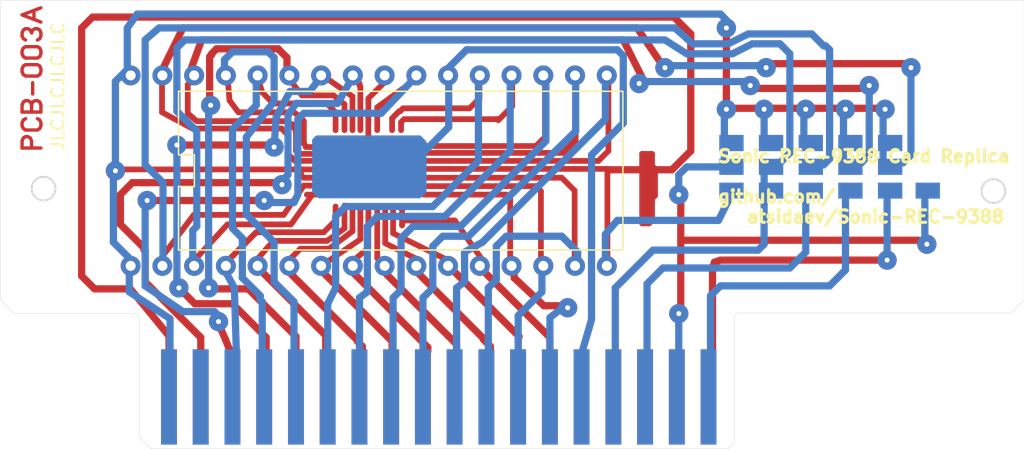
<source format=kicad_pcb>
(kicad_pcb (version 20171130) (host pcbnew "(5.1.7)-1")

  (general
    (thickness 1.6)
    (drawings 155)
    (tracks 623)
    (zones 0)
    (modules 0)
    (nets 1)
  )

  (page A4)
  (layers
    (0 F.Cu signal)
    (31 B.Cu signal)
    (32 B.Adhes user)
    (33 F.Adhes user)
    (34 B.Paste user)
    (35 F.Paste user)
    (36 B.SilkS user)
    (37 F.SilkS user)
    (38 B.Mask user)
    (39 F.Mask user)
    (40 Dwgs.User user)
    (41 Cmts.User user)
    (42 Eco1.User user)
    (43 Eco2.User user)
    (44 Edge.Cuts user)
    (45 Margin user)
    (46 B.CrtYd user)
    (47 F.CrtYd user)
  )

  (setup
    (last_trace_width 0.5)
    (user_trace_width 0.5)
    (trace_clearance 0.2)
    (zone_clearance 0.508)
    (zone_45_only no)
    (trace_min 0.2)
    (via_size 0.8)
    (via_drill 0.4)
    (via_min_size 0.4)
    (via_min_drill 0.3)
    (uvia_size 0.3)
    (uvia_drill 0.1)
    (uvias_allowed no)
    (uvia_min_size 0.2)
    (uvia_min_drill 0.1)
    (edge_width 0.05)
    (segment_width 0.2)
    (pcb_text_width 0.3)
    (pcb_text_size 1.5 1.5)
    (mod_edge_width 0.12)
    (mod_text_size 1 1)
    (mod_text_width 0.15)
    (pad_size 1.524 1.524)
    (pad_drill 0.762)
    (pad_to_mask_clearance 0)
    (aux_axis_origin 0 0)
    (visible_elements 7FFFFFFF)
    (pcbplotparams
      (layerselection 0x010fc_ffffffff)
      (usegerberextensions false)
      (usegerberattributes true)
      (usegerberadvancedattributes true)
      (creategerberjobfile true)
      (excludeedgelayer true)
      (linewidth 0.100000)
      (plotframeref false)
      (viasonmask false)
      (mode 1)
      (useauxorigin false)
      (hpglpennumber 1)
      (hpglpenspeed 20)
      (hpglpendiameter 15.000000)
      (psnegative false)
      (psa4output false)
      (plotreference true)
      (plotvalue true)
      (plotinvisibletext false)
      (padsonsilk false)
      (subtractmaskfromsilk false)
      (outputformat 1)
      (mirror false)
      (drillshape 0)
      (scaleselection 1)
      (outputdirectory "gerber/"))
  )

  (net 0 "")

  (net_class Default "This is the default net class."
    (clearance 0.2)
    (trace_width 0.25)
    (via_dia 0.8)
    (via_drill 0.4)
    (uvia_dia 0.3)
    (uvia_drill 0.1)
  )

  (gr_text " JLCJLCJLCJLC" (at 4.445 -92.71 90) (layer F.SilkS)
    (effects (font (size 1 1) (thickness 0.15)))
  )
  (gr_line (start 14.097 -87.63) (end 14.097 -92.71) (layer F.SilkS) (width 0.12) (tstamp 63D66F52))
  (gr_line (start 15.367 -87.63) (end 14.097 -87.63) (layer F.SilkS) (width 0.12) (tstamp 63D66F67))
  (gr_line (start 15.367 -85.09) (end 15.367 -87.63) (layer F.SilkS) (width 0.12) (tstamp 63D66F55))
  (gr_line (start 14.097 -85.09) (end 15.367 -85.09) (layer F.SilkS) (width 0.12) (tstamp 63D66F58))
  (gr_line (start 14.097 -80.01) (end 14.097 -85.09) (layer F.SilkS) (width 0.12) (tstamp 63D66F5B))
  (gr_line (start 49.657 -80.01) (end 14.097 -80.01) (layer F.SilkS) (width 0.12) (tstamp 63D66F61))
  (gr_line (start 49.657 -92.71) (end 49.657 -80.01) (layer F.SilkS) (width 0.12) (tstamp 63D66F64))
  (gr_line (start 14.097 -92.71) (end 49.657 -92.71) (layer F.SilkS) (width 0.12) (tstamp 63D66F5E))
  (gr_text "Sonic REC-9388 Card Replica\n\ngithub.com/\n   atsidaev/Sonic-REC-9388" (at 57.15 -85.09) (layer F.SilkS) (tstamp 63D66DBD)
    (effects (font (size 1 1) (thickness 0.25)) (justify left))
  )
  (gr_circle (center 3.299376 -84.92) (end 4.249376 -84.92) (layer Edge.Cuts) (width 0.15) (tstamp 63D634D7))
  (gr_circle (center 79.31 -84.728) (end 80.26 -84.728) (layer Edge.Cuts) (width 0.15))
  (gr_circle (center 25.51227 -78.739479) (end 25.71227 -78.739479) (layer B.Mask) (width 1.2) (tstamp 63D59092))
  (gr_circle (center 20.43227 -78.739479) (end 20.63227 -78.739479) (layer B.Mask) (width 1.2) (tstamp 63D59091))
  (gr_circle (center 30.59227 -78.739479) (end 30.79227 -78.739479) (layer B.Mask) (width 1.2) (tstamp 63D59090))
  (gr_circle (center 38.21227 -78.739479) (end 38.41227 -78.739479) (layer B.Mask) (width 1.2) (tstamp 63D5908F))
  (gr_circle (center 17.89227 -78.739479) (end 18.09227 -78.739479) (layer B.Mask) (width 1.2) (tstamp 63D5908E))
  (gr_circle (center 33.13227 -78.739479) (end 33.33227 -78.739479) (layer B.Mask) (width 1.2) (tstamp 63D5908D))
  (gr_circle (center 15.35227 -78.739479) (end 15.55227 -78.739479) (layer B.Mask) (width 1.2) (tstamp 63D5908C))
  (gr_circle (center 12.81227 -78.739479) (end 13.01227 -78.739479) (layer B.Mask) (width 1.2) (tstamp 63D5908B))
  (gr_circle (center 22.97227 -78.739479) (end 23.17227 -78.739479) (layer B.Mask) (width 1.2) (tstamp 63D5908A))
  (gr_circle (center 35.67227 -78.739479) (end 35.87227 -78.739479) (layer B.Mask) (width 1.2) (tstamp 63D59089))
  (gr_circle (center 28.05227 -78.739479) (end 28.25227 -78.739479) (layer B.Mask) (width 1.2) (tstamp 63D59088))
  (gr_circle (center 40.75227 -78.739479) (end 40.95227 -78.739479) (layer B.Mask) (width 1.2) (tstamp 63D59087))
  (gr_circle (center 45.83227 -78.739479) (end 46.03227 -78.739479) (layer B.Mask) (width 1.2) (tstamp 63D59086))
  (gr_circle (center 43.29227 -78.739479) (end 43.49227 -78.739479) (layer B.Mask) (width 1.2) (tstamp 63D59085))
  (gr_circle (center 10.27227 -78.739479) (end 10.47227 -78.739479) (layer B.Mask) (width 1.2) (tstamp 63D59084))
  (gr_circle (center 48.37227 -78.739479) (end 48.57227 -78.739479) (layer B.Mask) (width 1.2) (tstamp 63D59083))
  (gr_circle (center 10.259062 -93.973395) (end 10.459062 -93.973395) (layer B.Mask) (width 1.2) (tstamp 63D59079))
  (gr_circle (center 17.879062 -93.973395) (end 18.079062 -93.973395) (layer B.Mask) (width 1.2) (tstamp 63D59078))
  (gr_circle (center 12.799062 -93.973395) (end 12.999062 -93.973395) (layer B.Mask) (width 1.2) (tstamp 63D59077))
  (gr_circle (center 15.339062 -93.973395) (end 15.539062 -93.973395) (layer B.Mask) (width 1.2) (tstamp 63D59076))
  (gr_circle (center 20.419062 -93.973395) (end 20.619062 -93.973395) (layer B.Mask) (width 1.2) (tstamp 63D59075))
  (gr_circle (center 25.499062 -93.973395) (end 25.699062 -93.973395) (layer B.Mask) (width 1.2) (tstamp 63D59074))
  (gr_circle (center 22.959062 -93.973395) (end 23.159062 -93.973395) (layer B.Mask) (width 1.2) (tstamp 63D59073))
  (gr_circle (center 28.039062 -93.973395) (end 28.239062 -93.973395) (layer B.Mask) (width 1.2) (tstamp 63D59072))
  (gr_circle (center 30.579062 -93.973395) (end 30.779062 -93.973395) (layer B.Mask) (width 1.2) (tstamp 63D59067))
  (gr_circle (center 35.659062 -93.973395) (end 35.859062 -93.973395) (layer B.Mask) (width 1.2) (tstamp 63D59070))
  (gr_circle (center 33.119062 -93.973395) (end 33.319062 -93.973395) (layer B.Mask) (width 1.2) (tstamp 63D5906D))
  (gr_circle (center 38.199062 -93.973395) (end 38.399062 -93.973395) (layer B.Mask) (width 1.2) (tstamp 63D5906A))
  (gr_circle (center 40.739062 -93.973395) (end 40.939062 -93.973395) (layer B.Mask) (width 1.2) (tstamp 63D59057))
  (gr_circle (center 43.279062 -93.973395) (end 43.479062 -93.973395) (layer B.Mask) (width 1.2) (tstamp 63D59056))
  (gr_circle (center 45.819062 -93.973395) (end 46.019062 -93.973395) (layer B.Mask) (width 1.2) (tstamp 63D59054))
  (gr_circle (center 48.359062 -93.973395) (end 48.559062 -93.973395) (layer B.Mask) (width 1.2) (tstamp 63D58FF7))
  (gr_circle (center 48.363024 -78.741875) (end 48.563024 -78.741875) (layer F.Mask) (width 1.2) (tstamp 63D58FF7))
  (gr_circle (center 38.203024 -78.741875) (end 38.403024 -78.741875) (layer F.Mask) (width 1.2) (tstamp 63D58FF6))
  (gr_circle (center 43.283024 -78.741875) (end 43.483024 -78.741875) (layer F.Mask) (width 1.2) (tstamp 63D58FF5))
  (gr_circle (center 33.123024 -78.741875) (end 33.323024 -78.741875) (layer F.Mask) (width 1.2) (tstamp 63D58FF4))
  (gr_circle (center 30.583024 -78.741875) (end 30.783024 -78.741875) (layer F.Mask) (width 1.2) (tstamp 63D58FF3))
  (gr_circle (center 45.823024 -78.741875) (end 46.023024 -78.741875) (layer F.Mask) (width 1.2) (tstamp 63D58FF2))
  (gr_circle (center 40.743024 -78.741875) (end 40.943024 -78.741875) (layer F.Mask) (width 1.2) (tstamp 63D58FF1))
  (gr_circle (center 35.663024 -78.741875) (end 35.863024 -78.741875) (layer F.Mask) (width 1.2) (tstamp 63D58FF0))
  (gr_circle (center 15.343024 -78.741875) (end 15.543024 -78.741875) (layer F.Mask) (width 1.2) (tstamp 63D58FEF))
  (gr_circle (center 10.263024 -78.741875) (end 10.463024 -78.741875) (layer F.Mask) (width 1.2) (tstamp 63D58FEE))
  (gr_circle (center 28.043024 -78.741875) (end 28.243024 -78.741875) (layer F.Mask) (width 1.2) (tstamp 63D58FED))
  (gr_circle (center 12.803024 -78.741875) (end 13.003024 -78.741875) (layer F.Mask) (width 1.2) (tstamp 63D58FEC))
  (gr_circle (center 20.423024 -78.741875) (end 20.623024 -78.741875) (layer F.Mask) (width 1.2) (tstamp 63D58FEB))
  (gr_circle (center 22.963024 -78.741875) (end 23.163024 -78.741875) (layer F.Mask) (width 1.2) (tstamp 63D58FEA))
  (gr_circle (center 17.883024 -78.741875) (end 18.083024 -78.741875) (layer F.Mask) (width 1.2) (tstamp 63D58FE9))
  (gr_circle (center 25.503024 -78.741875) (end 25.703024 -78.741875) (layer F.Mask) (width 1.2) (tstamp 63D58FE8))
  (gr_circle (center 25.50292 -93.955858) (end 25.70292 -93.955858) (layer F.Mask) (width 1.2) (tstamp 63D58FC9))
  (gr_circle (center 17.88292 -93.955858) (end 18.08292 -93.955858) (layer F.Mask) (width 1.2) (tstamp 63D58FCD))
  (gr_circle (center 22.96292 -93.955858) (end 23.16292 -93.955858) (layer F.Mask) (width 1.2) (tstamp 63D58FCC))
  (gr_circle (center 20.42292 -93.955858) (end 20.62292 -93.955858) (layer F.Mask) (width 1.2) (tstamp 63D58FC8))
  (gr_circle (center 12.80292 -93.955858) (end 13.00292 -93.955858) (layer F.Mask) (width 1.2) (tstamp 63D58FCB))
  (gr_circle (center 28.04292 -93.955858) (end 28.24292 -93.955858) (layer F.Mask) (width 1.2) (tstamp 63D58FCE))
  (gr_circle (center 10.26292 -93.955858) (end 10.46292 -93.955858) (layer F.Mask) (width 1.2) (tstamp 63D58FCA))
  (gr_circle (center 15.34292 -93.955858) (end 15.54292 -93.955858) (layer F.Mask) (width 1.2) (tstamp 63D58FC7))
  (gr_circle (center 35.66292 -93.955858) (end 35.86292 -93.955858) (layer F.Mask) (width 1.2) (tstamp 63D58FB0))
  (gr_circle (center 40.74292 -93.955858) (end 40.94292 -93.955858) (layer F.Mask) (width 1.2) (tstamp 63D58FA7))
  (gr_circle (center 45.82292 -93.955858) (end 46.02292 -93.955858) (layer F.Mask) (width 1.2) (tstamp 63D58F84))
  (gr_circle (center 30.58292 -93.955858) (end 30.78292 -93.955858) (layer F.Mask) (width 1.2) (tstamp 63D58FAF))
  (gr_circle (center 33.12292 -93.955858) (end 33.32292 -93.955858) (layer F.Mask) (width 1.2) (tstamp 63D58FB1))
  (gr_circle (center 43.28292 -93.955858) (end 43.48292 -93.955858) (layer F.Mask) (width 1.2) (tstamp 63D58FA8))
  (gr_circle (center 38.20292 -93.955858) (end 38.40292 -93.955858) (layer F.Mask) (width 1.2) (tstamp 63D58FB2))
  (gr_circle (center 48.36292 -93.955858) (end 48.56292 -93.955858) (layer F.Mask) (width 1.2) (tstamp 63D58FA1))
  (gr_poly (pts (xy 58.42 -64.135) (xy 11.43 -64.135) (xy 11.43 -72.39) (xy 58.42 -72.39)) (layer F.Mask) (width 0.1))
  (gr_poly (pts (xy 58.42 -64.135) (xy 11.43 -64.135) (xy 11.43 -72.39) (xy 58.42 -72.39)) (layer B.Mask) (width 0.1))
  (gr_poly (pts (xy 75.565 -83.82) (xy 72.39 -83.82) (xy 71.755 -85.725) (xy 75.565 -85.725)) (layer B.Mask) (width 0.1))
  (gr_poly (pts (xy 72.39 -83.82) (xy 57.15 -83.82) (xy 57.15 -89.535) (xy 72.39 -89.535)) (layer B.Mask) (width 0.1))
  (gr_poly (pts (xy 35.56 -81.915) (xy 23.495 -81.915) (xy 23.495 -90.805) (xy 35.56 -90.805)) (layer F.Mask) (width 0.1))
  (gr_line (start 10.95 -65.23) (end 10.95 -74.44) (layer Edge.Cuts) (width 0.03))
  (gr_line (start 10.95 -74.44) (end 10.95 -74.6) (layer Edge.Cuts) (width 0.03))
  (gr_line (start 10.95 -74.6) (end 10.64 -74.92) (layer Edge.Cuts) (width 0.03))
  (gr_line (start 10.64 -74.92) (end 0.95 -74.92) (layer Edge.Cuts) (width 0.03))
  (gr_line (start 0.95 -74.92) (end -0.17 -76.04) (layer Edge.Cuts) (width 0.03))
  (gr_line (start -0.17 -76.04) (end -0.17 -99.83) (layer Edge.Cuts) (width 0.03))
  (gr_line (start -0.17 -99.83) (end 0 -100) (layer Edge.Cuts) (width 0.03))
  (gr_line (start 0 -100) (end 81.76 -100) (layer Edge.Cuts) (width 0.03))
  (gr_line (start 81.76 -100) (end 81.76 -76.03) (layer Edge.Cuts) (width 0.03))
  (gr_line (start 81.76 -76.03) (end 80.7 -74.97) (layer Edge.Cuts) (width 0.03))
  (gr_line (start 80.7 -74.97) (end 58.79 -74.97) (layer Edge.Cuts) (width 0.03))
  (gr_line (start 58.79 -74.97) (end 58.58 -74.76) (layer Edge.Cuts) (width 0.03))
  (gr_line (start 58.58 -74.76) (end 58.58 -64.6) (layer Edge.Cuts) (width 0.03))
  (gr_line (start 58.58 -64.6) (end 58.1 -64.12) (layer Edge.Cuts) (width 0.03))
  (gr_line (start 58.1 -64.12) (end 11.91 -64.12) (layer Edge.Cuts) (width 0.03))
  (gr_line (start 11.91 -64.12) (end 11.43 -64.6) (layer Edge.Cuts) (width 0.03))
  (gr_line (start 11.43 -64.6) (end 10.95 -65.08) (layer Edge.Cuts) (width 0.03))
  (gr_line (start 10.95 -65.08) (end 10.95 -65.23) (layer Edge.Cuts) (width 0.03))
  (gr_line (start 10.95 -65.23) (end 10.95 -65.23) (layer Edge.Cuts) (width 0.03))
  (gr_poly (pts (xy 13.97 -72.06) (xy 12.7 -72.06) (xy 12.7 -64.44) (xy 13.97 -64.44)) (layer F.Cu) (width 0))
  (gr_poly (pts (xy 16.51 -72.06) (xy 15.24 -72.06) (xy 15.24 -64.44) (xy 16.51 -64.44)) (layer F.Cu) (width 0))
  (gr_poly (pts (xy 19.05 -72.06) (xy 17.78 -72.06) (xy 17.78 -64.44) (xy 19.05 -64.44)) (layer F.Cu) (width 0))
  (gr_poly (pts (xy 21.59 -72.06) (xy 20.32 -72.06) (xy 20.32 -64.44) (xy 21.59 -64.44)) (layer F.Cu) (width 0))
  (gr_poly (pts (xy 24.13 -72.06) (xy 22.86 -72.06) (xy 22.86 -64.44) (xy 24.13 -64.44)) (layer F.Cu) (width 0))
  (gr_poly (pts (xy 26.67 -72.06) (xy 25.4 -72.06) (xy 25.4 -64.44) (xy 26.67 -64.44)) (layer F.Cu) (width 0))
  (gr_poly (pts (xy 29.21 -72.06) (xy 27.94 -72.06) (xy 27.94 -64.44) (xy 29.21 -64.44)) (layer F.Cu) (width 0))
  (gr_poly (pts (xy 31.75 -72.06) (xy 30.48 -72.06) (xy 30.48 -64.44) (xy 31.75 -64.44)) (layer F.Cu) (width 0))
  (gr_poly (pts (xy 34.29 -72.06) (xy 33.02 -72.06) (xy 33.02 -64.44) (xy 34.29 -64.44)) (layer F.Cu) (width 0))
  (gr_poly (pts (xy 36.83 -72.06) (xy 35.56 -72.06) (xy 35.56 -64.44) (xy 36.83 -64.44)) (layer F.Cu) (width 0))
  (gr_poly (pts (xy 39.37 -72.06) (xy 38.1 -72.06) (xy 38.1 -64.44) (xy 39.37 -64.44)) (layer F.Cu) (width 0))
  (gr_poly (pts (xy 41.91 -72.06) (xy 40.64 -72.06) (xy 40.64 -64.44) (xy 41.91 -64.44)) (layer F.Cu) (width 0))
  (gr_poly (pts (xy 44.45 -72.06) (xy 43.18 -72.06) (xy 43.18 -64.44) (xy 44.45 -64.44)) (layer F.Cu) (width 0))
  (gr_poly (pts (xy 46.99 -72.06) (xy 45.72 -72.06) (xy 45.72 -64.44) (xy 46.99 -64.44)) (layer F.Cu) (width 0))
  (gr_poly (pts (xy 49.53 -72.06) (xy 48.26 -72.06) (xy 48.26 -64.44) (xy 49.53 -64.44)) (layer F.Cu) (width 0))
  (gr_poly (pts (xy 52.07 -72.06) (xy 50.8 -72.06) (xy 50.8 -64.44) (xy 52.07 -64.44)) (layer F.Cu) (width 0))
  (gr_poly (pts (xy 54.61 -72.06) (xy 53.34 -72.06) (xy 53.34 -64.44) (xy 54.61 -64.44)) (layer F.Cu) (width 0))
  (gr_poly (pts (xy 57.15 -72.06) (xy 55.88 -72.06) (xy 55.88 -64.44) (xy 57.15 -64.44)) (layer F.Cu) (width 0))
  (gr_poly (pts (xy 32.54 -84.84) (xy 32.54 -87.94) (xy 32.46 -88.01) (xy 26.67 -88.01) (xy 26.35 -87.62) (xy 26.35 -85) (xy 26.67 -84.68) (xy 32.38 -84.68)) (layer F.Cu) (width 0))
  (gr_poly (pts (xy 51.99 -82.38) (xy 51.99 -84.2) (xy 52.07 -84.28) (xy 52.15 -84.28) (xy 52.23 -84.36) (xy 52.23 -86.51) (xy 52.15 -86.59) (xy 51.99 -86.74) (xy 51.99 -87.7) (xy 51.2 -87.7) (xy 51.2 -82.14) (xy 51.75 -82.14)) (layer F.Cu) (width 0))
  (gr_poly (pts (xy 13.97 -72.06) (xy 12.7 -72.06) (xy 12.7 -64.44) (xy 13.97 -64.44)) (layer B.Cu) (width 0))
  (gr_poly (pts (xy 16.51 -72.06) (xy 15.24 -72.06) (xy 15.24 -64.44) (xy 16.51 -64.44)) (layer B.Cu) (width 0))
  (gr_poly (pts (xy 19.05 -72.06) (xy 17.78 -72.06) (xy 17.78 -64.44) (xy 19.05 -64.44)) (layer B.Cu) (width 0))
  (gr_poly (pts (xy 21.59 -72.06) (xy 20.32 -72.06) (xy 20.32 -64.44) (xy 21.59 -64.44)) (layer B.Cu) (width 0))
  (gr_poly (pts (xy 24.13 -72.06) (xy 22.86 -72.06) (xy 22.86 -64.44) (xy 24.13 -64.44)) (layer B.Cu) (width 0))
  (gr_poly (pts (xy 26.67 -72.06) (xy 25.4 -72.06) (xy 25.4 -64.44) (xy 26.67 -64.44)) (layer B.Cu) (width 0))
  (gr_poly (pts (xy 29.21 -72.06) (xy 27.94 -72.06) (xy 27.94 -64.44) (xy 29.21 -64.44)) (layer B.Cu) (width 0))
  (gr_poly (pts (xy 31.75 -72.06) (xy 30.48 -72.06) (xy 30.48 -64.44) (xy 31.75 -64.44)) (layer B.Cu) (width 0))
  (gr_poly (pts (xy 34.29 -72.06) (xy 33.02 -72.06) (xy 33.02 -64.44) (xy 34.29 -64.44)) (layer B.Cu) (width 0))
  (gr_poly (pts (xy 36.83 -72.06) (xy 35.56 -72.06) (xy 35.56 -64.44) (xy 36.83 -64.44)) (layer B.Cu) (width 0))
  (gr_poly (pts (xy 39.37 -72.06) (xy 38.1 -72.06) (xy 38.1 -64.44) (xy 39.37 -64.44)) (layer B.Cu) (width 0))
  (gr_poly (pts (xy 41.91 -72.06) (xy 40.64 -72.06) (xy 40.64 -64.44) (xy 41.91 -64.44)) (layer B.Cu) (width 0))
  (gr_poly (pts (xy 44.45 -72.06) (xy 43.18 -72.06) (xy 43.18 -64.44) (xy 44.45 -64.44)) (layer B.Cu) (width 0))
  (gr_poly (pts (xy 46.99 -72.06) (xy 45.72 -72.06) (xy 45.72 -64.44) (xy 46.99 -64.44)) (layer B.Cu) (width 0))
  (gr_poly (pts (xy 49.53 -72.06) (xy 48.26 -72.06) (xy 48.26 -64.44) (xy 49.53 -64.44)) (layer B.Cu) (width 0))
  (gr_poly (pts (xy 52.07 -72.06) (xy 50.8 -72.06) (xy 50.8 -64.44) (xy 52.07 -64.44)) (layer B.Cu) (width 0))
  (gr_poly (pts (xy 54.61 -72.06) (xy 53.34 -72.06) (xy 53.34 -64.44) (xy 54.61 -64.44)) (layer B.Cu) (width 0))
  (gr_poly (pts (xy 57.15 -72.06) (xy 55.88 -72.06) (xy 55.88 -64.44) (xy 57.15 -64.44)) (layer B.Cu) (width 0))
  (gr_poly (pts (xy 59.32 -89.22) (xy 57.37 -89.22) (xy 57.37 -87.92) (xy 59.32 -87.92)) (layer B.Cu) (width 0))
  (gr_poly (pts (xy 59.32 -87.31) (xy 57.37 -87.31) (xy 57.37 -86.02) (xy 59.32 -86.02)) (layer B.Cu) (width 0))
  (gr_poly (pts (xy 59.32 -85.4) (xy 57.37 -85.4) (xy 57.37 -84.12) (xy 59.32 -84.12)) (layer B.Cu) (width 0))
  (gr_poly (pts (xy 62.49 -89.22) (xy 60.54 -89.22) (xy 60.54 -87.92) (xy 62.49 -87.92)) (layer B.Cu) (width 0))
  (gr_poly (pts (xy 62.49 -87.31) (xy 60.54 -87.31) (xy 60.54 -86.02) (xy 62.49 -86.02)) (layer B.Cu) (width 0))
  (gr_poly (pts (xy 62.49 -85.4) (xy 60.54 -85.4) (xy 60.54 -84.12) (xy 62.49 -84.12)) (layer B.Cu) (width 0))
  (gr_poly (pts (xy 65.67 -89.22) (xy 63.72 -89.22) (xy 63.72 -87.92) (xy 65.67 -87.92)) (layer B.Cu) (width 0))
  (gr_poly (pts (xy 65.67 -87.31) (xy 63.72 -87.31) (xy 63.72 -86.02) (xy 65.67 -86.02)) (layer B.Cu) (width 0))
  (gr_poly (pts (xy 65.67 -85.4) (xy 63.72 -85.4) (xy 63.72 -84.12) (xy 65.67 -84.12)) (layer B.Cu) (width 0))
  (gr_poly (pts (xy 68.84 -89.22) (xy 66.89 -89.22) (xy 66.89 -87.92) (xy 68.84 -87.92)) (layer B.Cu) (width 0))
  (gr_poly (pts (xy 68.84 -87.31) (xy 66.89 -87.31) (xy 66.89 -86.02) (xy 68.84 -86.02)) (layer B.Cu) (width 0))
  (gr_poly (pts (xy 68.84 -85.4) (xy 66.89 -85.4) (xy 66.89 -84.12) (xy 68.84 -84.12)) (layer B.Cu) (width 0))
  (gr_poly (pts (xy 72.02 -89.22) (xy 70.07 -89.22) (xy 70.07 -87.92) (xy 72.02 -87.92)) (layer B.Cu) (width 0))
  (gr_poly (pts (xy 72.02 -87.31) (xy 70.07 -87.31) (xy 70.07 -86.02) (xy 72.02 -86.02)) (layer B.Cu) (width 0))
  (gr_poly (pts (xy 72.02 -85.4) (xy 70.07 -85.4) (xy 70.07 -84.12) (xy 72.02 -84.12)) (layer B.Cu) (width 0))
  (gr_poly (pts (xy 75.03 -85.4) (xy 73.08 -85.4) (xy 73.08 -84.12) (xy 75.03 -84.12)) (layer B.Cu) (width 0))
  (gr_poly (pts (xy 33.66 -84.76) (xy 33.66 -88.57) (xy 33.34 -88.89) (xy 25.24 -88.89) (xy 25.08 -88.73) (xy 25.08 -85.24) (xy 28.42 -86.35) (xy 25.08 -85.08) (xy 25.08 -84.76) (xy 25.4 -84.44) (xy 33.34 -84.44)) (layer B.Cu) (width 0))

  (via (at 17.89 -93.98) (size 1.6) (drill 0.8) (layers F.Cu B.Cu) (net 0))
  (via (at 20.43 -93.98) (size 1.6) (drill 0.8) (layers F.Cu B.Cu) (net 0))
  (via (at 22.97 -93.98) (size 1.6) (drill 0.8) (layers F.Cu B.Cu) (net 0))
  (via (at 25.51 -93.98) (size 1.6) (drill 0.8) (layers F.Cu B.Cu) (net 0))
  (via (at 28.05 -93.98) (size 1.6) (drill 0.8) (layers F.Cu B.Cu) (net 0))
  (via (at 30.59 -93.98) (size 1.6) (drill 0.8) (layers F.Cu B.Cu) (net 0))
  (via (at 33.13 -93.98) (size 1.6) (drill 0.8) (layers F.Cu B.Cu) (net 0))
  (via (at 35.67 -93.98) (size 1.6) (drill 0.8) (layers F.Cu B.Cu) (net 0))
  (via (at 38.21 -93.98) (size 1.6) (drill 0.8) (layers F.Cu B.Cu) (net 0))
  (via (at 40.75 -93.98) (size 1.6) (drill 0.8) (layers F.Cu B.Cu) (net 0))
  (via (at 43.29 -93.98) (size 1.6) (drill 0.8) (layers F.Cu B.Cu) (net 0))
  (via (at 45.83 -93.98) (size 1.6) (drill 0.8) (layers F.Cu B.Cu) (net 0))
  (via (at 48.37 -93.98) (size 1.6) (drill 0.8) (layers F.Cu B.Cu) (net 0))
  (via (at 48.37 -78.74) (size 1.6) (drill 0.8) (layers F.Cu B.Cu) (net 0))
  (via (at 45.83 -78.74) (size 1.6) (drill 0.8) (layers F.Cu B.Cu) (net 0))
  (via (at 43.29 -78.74) (size 1.6) (drill 0.8) (layers F.Cu B.Cu) (net 0))
  (via (at 40.75 -78.74) (size 1.6) (drill 0.8) (layers F.Cu B.Cu) (net 0))
  (via (at 38.21 -78.74) (size 1.6) (drill 0.8) (layers F.Cu B.Cu) (net 0))
  (via (at 35.67 -78.74) (size 1.6) (drill 0.8) (layers F.Cu B.Cu) (net 0))
  (via (at 33.13 -78.74) (size 1.6) (drill 0.8) (layers F.Cu B.Cu) (net 0))
  (via (at 30.59 -78.74) (size 1.6) (drill 0.8) (layers F.Cu B.Cu) (net 0))
  (via (at 28.05 -78.74) (size 1.6) (drill 0.8) (layers F.Cu B.Cu) (net 0))
  (via (at 25.51 -78.74) (size 1.6) (drill 0.8) (layers F.Cu B.Cu) (net 0))
  (via (at 22.97 -78.74) (size 1.6) (drill 0.8) (layers F.Cu B.Cu) (net 0))
  (via (at 20.43 -78.74) (size 1.6) (drill 0.8) (layers F.Cu B.Cu) (net 0))
  (via (at 17.89 -78.74) (size 1.6) (drill 0.8) (layers F.Cu B.Cu) (net 0))
  (via (at 15.35 -78.74) (size 1.6) (drill 0.8) (layers F.Cu B.Cu) (net 0))
  (via (at 15.35 -93.98) (size 1.6) (drill 0.8) (layers F.Cu B.Cu) (net 0))
  (via (at 12.81 -93.98) (size 1.6) (drill 0.8) (layers F.Cu B.Cu) (net 0))
  (via (at 10.27 -93.98) (size 1.6) (drill 0.8) (layers F.Cu B.Cu) (net 0))
  (via (at 12.81 -78.74) (size 1.6) (drill 0.8) (layers F.Cu B.Cu) (net 0))
  (via (at 10.27 -78.74) (size 1.6) (drill 0.8) (layers F.Cu B.Cu) (net 0))
  (via (at 11.59 -83.97) (size 1.54) (layers F.Cu B.Cu) (net 0))
  (via (at 20.96 -83.97) (size 1.54) (layers F.Cu B.Cu) (net 0))
  (via (at 22.38 -85.24) (size 1.54) (layers F.Cu B.Cu) (net 0))
  (via (at 21.75 -88.25) (size 1.54) (layers F.Cu B.Cu) (net 0))
  (via (at 13.97 -88.41) (size 1.54) (layers F.Cu B.Cu) (net 0))
  (via (at 9.05 -86.35) (size 1.54) (layers F.Cu B.Cu) (net 0))
  (via (at 16.51 -76.98) (size 1.54) (layers F.Cu B.Cu) (net 0))
  (via (at 14.13 -76.98) (size 1.54) (layers F.Cu B.Cu) (net 0))
  (via (at 17.3 -74.28) (size 1.54) (layers F.Cu B.Cu) (net 0))
  (via (at 45.24 -75.39) (size 1.54) (layers F.Cu B.Cu) (net 0))
  (via (at 54.13 -74.92) (size 1.54) (layers F.Cu B.Cu) (net 0))
  (via (at 54.13 -84.44) (size 1.54) (layers F.Cu B.Cu) (net 0))
  (via (at 70.8 -79.2) (size 1.54) (layers F.Cu B.Cu) (net 0))
  (via (at 73.98 -80.47) (size 1.54) (layers F.Cu B.Cu) (net 0))
  (via (at 70.64 -91.27) (size 1.54) (layers F.Cu B.Cu) (net 0))
  (via (at 67.47 -91.27) (size 1.54) (layers F.Cu B.Cu) (net 0))
  (via (at 64.29 -91.27) (size 1.54) (layers F.Cu B.Cu) (net 0))
  (via (at 60.96 -91.27) (size 1.54) (layers F.Cu B.Cu) (net 0))
  (via (at 57.94 -91.27) (size 1.54) (layers F.Cu B.Cu) (net 0))
  (via (at 57.94 -97.78) (size 1.54) (layers F.Cu B.Cu) (net 0))
  (via (at 59.85 -93.17) (size 1.54) (layers F.Cu B.Cu) (net 0))
  (via (at 69.37 -93.17) (size 1.54) (layers F.Cu B.Cu) (net 0))
  (via (at 61.12 -94.6) (size 1.54) (layers F.Cu B.Cu) (net 0))
  (via (at 72.71 -94.6) (size 1.54) (layers F.Cu B.Cu) (net 0))
  (via (at 53.02 -94.6) (size 1.54) (layers F.Cu B.Cu) (net 0))
  (via (at 50.96 -93.33) (size 1.54) (layers F.Cu B.Cu) (net 0))
  (via (at 16.67 -91.59) (size 1.54) (layers F.Cu B.Cu) (net 0))
  (segment (start 56.83 -72.06) (end 56.83 -78.57) (width 0.58) (layer F.Cu) (net 0))
  (segment (start 56.83 -78.57) (end 56.99 -79.04) (width 0.58) (layer F.Cu) (net 0))
  (segment (start 56.99 -79.04) (end 57.47 -79.2) (width 0.58) (layer F.Cu) (net 0))
  (segment (start 57.47 -79.2) (end 70.8 -79.2) (width 0.58) (layer F.Cu) (net 0))
  (segment (start 70.8 -79.2) (end 70.64 -79.36) (width 0.58) (layer F.Cu) (net 0))
  (segment (start 54.29 -83.97) (end 54.29 -75.39) (width 0.58) (layer F.Cu) (net 0))
  (segment (start 54.29 -75.39) (end 54.29 -75.39) (width 0.58) (layer F.Cu) (net 0))
  (segment (start 54.45 -80.79) (end 73.34 -80.79) (width 0.58) (layer F.Cu) (net 0))
  (segment (start 33.73 -84.44) (end 40 -84.44) (width 0.46) (layer F.Cu) (net 0))
  (segment (start 40 -84.44) (end 40.32 -84.44) (width 0.46) (layer F.Cu) (net 0))
  (segment (start 40.32 -84.44) (end 40.64 -84.12) (width 0.46) (layer F.Cu) (net 0))
  (segment (start 40.64 -84.12) (end 40.64 -79.52) (width 0.46) (layer F.Cu) (net 0))
  (segment (start 40.64 -79.52) (end 40.64 -79.52) (width 0.46) (layer F.Cu) (net 0))
  (segment (start 40.96 -78.09) (end 40.96 -77.78) (width 0.58) (layer F.Cu) (net 0))
  (segment (start 40.96 -77.78) (end 43.34 -75.55) (width 0.58) (layer F.Cu) (net 0))
  (segment (start 43.34 -75.55) (end 44.61 -75.55) (width 0.58) (layer F.Cu) (net 0))
  (segment (start 33.73 -85.12) (end 42.7 -85.12) (width 0.46) (layer F.Cu) (net 0))
  (segment (start 42.7 -85.12) (end 43.1 -84.72) (width 0.46) (layer F.Cu) (net 0))
  (segment (start 43.1 -84.72) (end 43.1 -79.16) (width 0.46) (layer F.Cu) (net 0))
  (segment (start 43.1 -79.16) (end 43.34 -78.93) (width 0.46) (layer F.Cu) (net 0))
  (segment (start 43.34 -78.93) (end 43.1 -79.16) (width 0.46) (layer F.Cu) (net 0))
  (segment (start 43.1 -79.16) (end 43.34 -78.93) (width 0.46) (layer F.Cu) (net 0))
  (segment (start 33.73 -85.79) (end 44.77 -85.79) (width 0.46) (layer F.Cu) (net 0))
  (segment (start 44.77 -85.79) (end 45.8 -84.76) (width 0.46) (layer F.Cu) (net 0))
  (segment (start 45.8 -84.76) (end 45.8 -78.97) (width 0.46) (layer F.Cu) (net 0))
  (segment (start 45.8 -78.97) (end 45.88 -78.89) (width 0.46) (layer F.Cu) (net 0))
  (segment (start 45.88 -78.89) (end 45.8 -78.97) (width 0.46) (layer F.Cu) (net 0))
  (segment (start 45.8 -78.97) (end 45.88 -78.89) (width 0.46) (layer F.Cu) (net 0))
  (segment (start 31.91 -86.5) (end 48.42 -86.5) (width 0.46) (layer F.Cu) (net 0))
  (segment (start 48.42 -86.5) (end 48.42 -86.5) (width 0.46) (layer F.Cu) (net 0))
  (segment (start 48.42 -86.5) (end 48.42 -78.8) (width 0.46) (layer F.Cu) (net 0))
  (segment (start 48.42 -78.8) (end 48.42 -78.8) (width 0.46) (layer F.Cu) (net 0))
  (segment (start 33.73 -87.14) (end 47.7 -87.14) (width 0.46) (layer F.Cu) (net 0))
  (segment (start 47.7 -87.14) (end 48.5 -87.94) (width 0.46) (layer F.Cu) (net 0))
  (segment (start 48.5 -87.94) (end 48.5 -93.49) (width 0.46) (layer F.Cu) (net 0))
  (segment (start 48.5 -93.49) (end 48.5 -93.49) (width 0.46) (layer F.Cu) (net 0))
  (segment (start 33.73 -87.78) (end 44.85 -87.78) (width 0.46) (layer F.Cu) (net 0))
  (segment (start 44.85 -87.78) (end 45.88 -88.81) (width 0.46) (layer F.Cu) (net 0))
  (segment (start 45.88 -88.81) (end 45.88 -93.65) (width 0.46) (layer F.Cu) (net 0))
  (segment (start 45.88 -93.65) (end 45.8 -93.73) (width 0.46) (layer F.Cu) (net 0))
  (segment (start 33.73 -88.33) (end 42.7 -88.33) (width 0.46) (layer F.Cu) (net 0))
  (segment (start 42.7 -88.33) (end 43.42 -89.05) (width 0.46) (layer F.Cu) (net 0))
  (segment (start 43.42 -89.05) (end 43.42 -93.97) (width 0.46) (layer F.Cu) (net 0))
  (segment (start 43.42 -93.97) (end 43.42 -93.97) (width 0.46) (layer F.Cu) (net 0))
  (segment (start 31.91 -89.6) (end 31.91 -90.24) (width 0.46) (layer F.Cu) (net 0))
  (segment (start 31.91 -90.24) (end 32.15 -90.48) (width 0.46) (layer F.Cu) (net 0))
  (segment (start 32.15 -90.48) (end 39.61 -90.48) (width 0.46) (layer F.Cu) (net 0))
  (segment (start 39.61 -90.48) (end 39.69 -90.4) (width 0.46) (layer F.Cu) (net 0))
  (segment (start 39.69 -90.4) (end 40.8 -91.51) (width 0.46) (layer F.Cu) (net 0))
  (segment (start 40.8 -91.51) (end 40.8 -93.49) (width 0.46) (layer F.Cu) (net 0))
  (segment (start 40.8 -93.49) (end 40.8 -93.49) (width 0.46) (layer F.Cu) (net 0))
  (segment (start 31.19 -89.6) (end 31.19 -90.55) (width 0.46) (layer F.Cu) (net 0))
  (segment (start 31.19 -90.55) (end 31.75 -91.11) (width 0.46) (layer F.Cu) (net 0))
  (segment (start 31.75 -91.11) (end 31.83 -91.11) (width 0.46) (layer F.Cu) (net 0))
  (segment (start 31.83 -91.11) (end 32.07 -91.35) (width 0.46) (layer F.Cu) (net 0))
  (segment (start 32.07 -91.35) (end 37.39 -91.35) (width 0.46) (layer F.Cu) (net 0))
  (segment (start 37.39 -91.35) (end 38.18 -92.14) (width 0.46) (layer F.Cu) (net 0))
  (segment (start 38.18 -92.14) (end 38.18 -93.89) (width 0.46) (layer F.Cu) (net 0))
  (segment (start 38.18 -93.89) (end 38.26 -93.97) (width 0.46) (layer F.Cu) (net 0))
  (segment (start 30 -89.6) (end 30 -91.43) (width 0.46) (layer F.Cu) (net 0))
  (segment (start 30 -91.43) (end 33.26 -93.81) (width 0.46) (layer F.Cu) (net 0))
  (segment (start 29.29 -87.94) (end 29.29 -92.14) (width 0.46) (layer F.Cu) (net 0))
  (segment (start 29.29 -92.14) (end 30.48 -93.33) (width 0.46) (layer F.Cu) (net 0))
  (segment (start 28.65 -89.6) (end 28.65 -93.09) (width 0.46) (layer F.Cu) (net 0))
  (segment (start 28.65 -93.09) (end 28.58 -93.17) (width 0.46) (layer F.Cu) (net 0))
  (segment (start 28.58 -93.17) (end 28.58 -93.33) (width 0.46) (layer F.Cu) (net 0))
  (segment (start 28.58 -93.33) (end 28.42 -93.49) (width 0.46) (layer F.Cu) (net 0))
  (segment (start 28.42 -93.49) (end 28.58 -93.33) (width 0.46) (layer F.Cu) (net 0))
  (segment (start 28.58 -93.33) (end 28.42 -93.49) (width 0.46) (layer F.Cu) (net 0))
  (segment (start 28.02 -89.6) (end 28.02 -92.3) (width 0.46) (layer F.Cu) (net 0))
  (segment (start 28.02 -92.3) (end 25.64 -93.97) (width 0.46) (layer F.Cu) (net 0))
  (segment (start 27.38 -89.6) (end 27.38 -91.67) (width 0.46) (layer F.Cu) (net 0))
  (segment (start 27.38 -91.67) (end 26.51 -92.38) (width 0.46) (layer F.Cu) (net 0))
  (segment (start 26.51 -92.38) (end 23.97 -92.38) (width 0.46) (layer F.Cu) (net 0))
  (segment (start 23.97 -92.38) (end 22.94 -93.73) (width 0.46) (layer F.Cu) (net 0))
  (segment (start 26.67 -89.6) (end 26.67 -91.03) (width 0.46) (layer F.Cu) (net 0))
  (segment (start 26.67 -91.03) (end 25.96 -91.74) (width 0.46) (layer F.Cu) (net 0))
  (segment (start 25.96 -91.74) (end 21.67 -91.74) (width 0.46) (layer F.Cu) (net 0))
  (segment (start 21.67 -91.74) (end 21.59 -91.82) (width 0.46) (layer F.Cu) (net 0))
  (segment (start 21.59 -91.82) (end 20.8 -92.62) (width 0.46) (layer F.Cu) (net 0))
  (segment (start 20.8 -92.62) (end 20.4 -93.97) (width 0.46) (layer F.Cu) (net 0))
  (segment (start 20.4 -93.97) (end 20.4 -93.97) (width 0.46) (layer F.Cu) (net 0))
  (segment (start 25.08 -88.25) (end 24.29 -88.25) (width 0.46) (layer F.Cu) (net 0))
  (segment (start 24.29 -88.25) (end 24.13 -88.57) (width 0.46) (layer F.Cu) (net 0))
  (segment (start 24.13 -88.57) (end 24.13 -90.32) (width 0.46) (layer F.Cu) (net 0))
  (segment (start 24.13 -90.32) (end 23.89 -90.63) (width 0.46) (layer F.Cu) (net 0))
  (segment (start 23.89 -90.63) (end 23.34 -91.03) (width 0.46) (layer F.Cu) (net 0))
  (segment (start 23.34 -91.03) (end 18.89 -91.03) (width 0.46) (layer F.Cu) (net 0))
  (segment (start 18.89 -91.03) (end 18.18 -91.98) (width 0.46) (layer F.Cu) (net 0))
  (segment (start 18.18 -91.98) (end 18.02 -93.89) (width 0.46) (layer F.Cu) (net 0))
  (segment (start 18.02 -93.89) (end 18.02 -93.89) (width 0.46) (layer F.Cu) (net 0))
  (segment (start 15.4 -93.97) (end 15.4 -93.81) (width 0.46) (layer F.Cu) (net 0))
  (segment (start 15.4 -93.81) (end 14.84 -93.25) (width 0.46) (layer F.Cu) (net 0))
  (segment (start 14.84 -93.25) (end 14.84 -90.95) (width 0.46) (layer F.Cu) (net 0))
  (segment (start 14.84 -90.95) (end 15.56 -90.32) (width 0.46) (layer F.Cu) (net 0))
  (segment (start 15.56 -90.32) (end 22.62 -90.32) (width 0.46) (layer F.Cu) (net 0))
  (segment (start 22.62 -90.32) (end 23.18 -90.08) (width 0.46) (layer F.Cu) (net 0))
  (segment (start 23.18 -90.08) (end 23.5 -89.52) (width 0.46) (layer F.Cu) (net 0))
  (segment (start 23.5 -89.52) (end 23.5 -87.94) (width 0.46) (layer F.Cu) (net 0))
  (segment (start 23.5 -87.94) (end 23.73 -87.7) (width 0.46) (layer F.Cu) (net 0))
  (segment (start 23.73 -87.7) (end 25.08 -87.7) (width 0.46) (layer F.Cu) (net 0))
  (segment (start 25.08 -87.7) (end 25.08 -87.7) (width 0.46) (layer F.Cu) (net 0))
  (segment (start 12.78 -93.33) (end 12.78 -91.03) (width 0.46) (layer F.Cu) (net 0))
  (segment (start 12.78 -91.03) (end 15.2 -89.73) (width 0.46) (layer F.Cu) (net 0))
  (segment (start 15.2 -89.73) (end 22.07 -89.73) (width 0.46) (layer F.Cu) (net 0))
  (segment (start 22.07 -89.73) (end 22.34 -89.73) (width 0.46) (layer F.Cu) (net 0))
  (segment (start 22.34 -89.73) (end 22.86 -89.2) (width 0.46) (layer F.Cu) (net 0))
  (segment (start 22.86 -89.2) (end 22.86 -87.62) (width 0.46) (layer F.Cu) (net 0))
  (segment (start 22.86 -87.62) (end 22.94 -87.62) (width 0.46) (layer F.Cu) (net 0))
  (segment (start 22.94 -87.62) (end 23.42 -87.14) (width 0.46) (layer F.Cu) (net 0))
  (segment (start 23.42 -87.14) (end 25.08 -87.14) (width 0.46) (layer F.Cu) (net 0))
  (segment (start 25.08 -87.14) (end 25.08 -87.14) (width 0.46) (layer F.Cu) (net 0))
  (segment (start 25.1 -86.46) (end 9.15 -86.46) (width 0.46) (layer F.Cu) (net 0))
  (segment (start 9.15 -86.46) (end 9.07 -86.38) (width 0.46) (layer F.Cu) (net 0))
  (segment (start 9.07 -86.38) (end 9.15 -86.46) (width 0.46) (layer F.Cu) (net 0))
  (segment (start 9.15 -86.46) (end 9.07 -86.38) (width 0.46) (layer F.Cu) (net 0))
  (segment (start 23.89 -86.43) (end 23.89 -86.03) (width 0.46) (layer F.Cu) (net 0))
  (segment (start 23.89 -86.03) (end 24.13 -85.79) (width 0.46) (layer F.Cu) (net 0))
  (segment (start 24.13 -85.79) (end 25.08 -85.79) (width 0.46) (layer F.Cu) (net 0))
  (segment (start 25.08 -85.79) (end 25.08 -85.79) (width 0.46) (layer F.Cu) (net 0))
  (segment (start 25.08 -85.16) (end 24.13 -85.16) (width 0.46) (layer F.Cu) (net 0))
  (segment (start 24.13 -85.16) (end 22.51 -82.82) (width 0.46) (layer F.Cu) (net 0))
  (segment (start 22.51 -82.82) (end 15.32 -82.82) (width 0.46) (layer F.Cu) (net 0))
  (segment (start 15.32 -82.82) (end 12.88 -79.59) (width 0.46) (layer F.Cu) (net 0))
  (segment (start 12.88 -79.59) (end 12.83 -78.75) (width 0.46) (layer F.Cu) (net 0))
  (segment (start 25.08 -84.44) (end 24.37 -84.44) (width 0.46) (layer F.Cu) (net 0))
  (segment (start 24.69 -84.28) (end 23.1 -82.06) (width 0.46) (layer F.Cu) (net 0))
  (segment (start 23.1 -82.06) (end 18.02 -82.06) (width 0.46) (layer F.Cu) (net 0))
  (segment (start 18.02 -82.06) (end 15.03 -78.82) (width 0.46) (layer F.Cu) (net 0))
  (segment (start 26.67 -83.49) (end 26.67 -82.38) (width 0.46) (layer F.Cu) (net 0))
  (segment (start 26.67 -82.38) (end 25.72 -81.43) (width 0.46) (layer F.Cu) (net 0))
  (segment (start 25.72 -81.43) (end 20.32 -81.43) (width 0.46) (layer F.Cu) (net 0))
  (segment (start 20.32 -81.43) (end 20.24 -81.35) (width 0.46) (layer F.Cu) (net 0))
  (segment (start 20.24 -81.35) (end 18.26 -79.36) (width 0.46) (layer F.Cu) (net 0))
  (segment (start 18.26 -79.36) (end 20.24 -81.35) (width 0.46) (layer F.Cu) (net 0))
  (segment (start 20.24 -81.35) (end 18.26 -79.36) (width 0.46) (layer F.Cu) (net 0))
  (segment (start 27.38 -83.57) (end 27.38 -81.74) (width 0.46) (layer F.Cu) (net 0))
  (segment (start 27.38 -81.74) (end 25.98 -80.74) (width 0.46) (layer F.Cu) (net 0))
  (segment (start 25.98 -80.74) (end 21.69 -80.74) (width 0.46) (layer F.Cu) (net 0))
  (segment (start 21.69 -80.74) (end 20.47 -79.35) (width 0.46) (layer F.Cu) (net 0))
  (segment (start 20.47 -79.35) (end 20.47 -78.78) (width 0.46) (layer F.Cu) (net 0))
  (segment (start 20.47 -78.78) (end 20.5 -78.74) (width 0.46) (layer F.Cu) (net 0))
  (segment (start 28.02 -83.49) (end 28.02 -81.51) (width 0.46) (layer F.Cu) (net 0))
  (segment (start 28.02 -81.51) (end 26.15 -80.11) (width 0.46) (layer F.Cu) (net 0))
  (segment (start 26.15 -80.11) (end 23.85 -80.11) (width 0.46) (layer F.Cu) (net 0))
  (segment (start 23.85 -80.11) (end 23.02 -79.28) (width 0.46) (layer F.Cu) (net 0))
  (segment (start 28.65 -83.49) (end 28.65 -80.86) (width 0.46) (layer F.Cu) (net 0))
  (segment (start 28.65 -80.86) (end 25.51 -78.74) (width 0.46) (layer F.Cu) (net 0))
  (segment (start 29.29 -83.49) (end 29.29 -80.16) (width 0.46) (layer F.Cu) (net 0))
  (segment (start 29.29 -80.16) (end 28.02 -79.12) (width 0.46) (layer F.Cu) (net 0))
  (segment (start 30 -83.49) (end 30 -79.36) (width 0.46) (layer F.Cu) (net 0))
  (segment (start 30 -79.36) (end 30.56 -78.81) (width 0.46) (layer F.Cu) (net 0))
  (segment (start 30.64 -83.49) (end 30.64 -80.55) (width 0.46) (layer F.Cu) (net 0))
  (segment (start 30.64 -80.55) (end 33.34 -79.2) (width 0.46) (layer F.Cu) (net 0))
  (segment (start 31.27 -83.49) (end 31.27 -81.35) (width 0.46) (layer F.Cu) (net 0))
  (segment (start 31.27 -81.35) (end 35.96 -79.04) (width 0.46) (layer F.Cu) (net 0))
  (segment (start 31.99 -83.49) (end 31.99 -81.98) (width 0.46) (layer F.Cu) (net 0))
  (segment (start 31.99 -81.98) (end 31.99 -82.06) (width 0.46) (layer F.Cu) (net 0))
  (segment (start 32.15 -82.38) (end 36.2 -82.38) (width 0.46) (layer F.Cu) (net 0))
  (segment (start 36.2 -82.38) (end 38.58 -78.97) (width 0.46) (layer F.Cu) (net 0))
  (segment (start 26.35 -87.62) (end 26.67 -88.01) (width 0.46) (layer F.Cu) (net 0))
  (segment (start 26.67 -88.01) (end 32.46 -88.01) (width 0.46) (layer F.Cu) (net 0))
  (segment (start 32.46 -88.01) (end 32.54 -87.94) (width 0.46) (layer F.Cu) (net 0))
  (segment (start 32.54 -87.94) (end 32.54 -84.84) (width 0.46) (layer F.Cu) (net 0))
  (segment (start 32.54 -84.84) (end 32.38 -84.68) (width 0.46) (layer F.Cu) (net 0))
  (segment (start 32.38 -84.68) (end 26.67 -84.68) (width 0.46) (layer F.Cu) (net 0))
  (segment (start 26.67 -84.68) (end 26.35 -85) (width 0.46) (layer F.Cu) (net 0))
  (segment (start 26.35 -85) (end 26.35 -87.62) (width 0.46) (layer F.Cu) (net 0))
  (segment (start 51.2 -87.7) (end 51.2 -82.14) (width 0.46) (layer F.Cu) (net 0))
  (segment (start 51.2 -82.14) (end 51.75 -82.14) (width 0.46) (layer F.Cu) (net 0))
  (segment (start 51.75 -82.14) (end 51.99 -82.38) (width 0.46) (layer F.Cu) (net 0))
  (segment (start 51.99 -82.38) (end 51.99 -84.2) (width 0.46) (layer F.Cu) (net 0))
  (segment (start 51.99 -84.2) (end 52.07 -84.28) (width 0.46) (layer F.Cu) (net 0))
  (segment (start 52.07 -84.28) (end 52.15 -84.28) (width 0.46) (layer F.Cu) (net 0))
  (segment (start 52.15 -84.28) (end 52.23 -84.36) (width 0.46) (layer F.Cu) (net 0))
  (segment (start 52.23 -84.36) (end 52.23 -86.51) (width 0.46) (layer F.Cu) (net 0))
  (segment (start 52.23 -86.51) (end 52.15 -86.59) (width 0.46) (layer F.Cu) (net 0))
  (segment (start 52.15 -86.59) (end 51.99 -86.74) (width 0.46) (layer F.Cu) (net 0))
  (segment (start 51.99 -86.74) (end 51.99 -87.7) (width 0.46) (layer F.Cu) (net 0))
  (segment (start 51.99 -87.7) (end 51.2 -87.7) (width 0.46) (layer F.Cu) (net 0))
  (segment (start 48.42 -86.43) (end 51.36 -86.43) (width 0.58) (layer F.Cu) (net 0))
  (segment (start 52.15 -86.43) (end 53.58 -86.43) (width 0.58) (layer F.Cu) (net 0))
  (segment (start 53.58 -86.43) (end 55.09 -87.94) (width 0.58) (layer F.Cu) (net 0))
  (segment (start 55.09 -87.94) (end 55.09 -97.06) (width 0.58) (layer F.Cu) (net 0))
  (segment (start 55.09 -97.06) (end 55.09 -97.3) (width 0.58) (layer F.Cu) (net 0))
  (segment (start 55.09 -97.3) (end 53.74 -98.65) (width 0.58) (layer F.Cu) (net 0))
  (segment (start 53.74 -98.65) (end 7.54 -98.65) (width 0.58) (layer F.Cu) (net 0))
  (segment (start 7.54 -98.65) (end 7.22 -98.65) (width 0.58) (layer F.Cu) (net 0))
  (segment (start 7.22 -98.65) (end 6.35 -97.78) (width 0.58) (layer F.Cu) (net 0))
  (segment (start 6.35 -97.78) (end 6.35 -77.93) (width 0.58) (layer F.Cu) (net 0))
  (segment (start 6.35 -77.93) (end 7.38 -76.9) (width 0.58) (layer F.Cu) (net 0))
  (segment (start 7.38 -76.9) (end 10.24 -76.9) (width 0.58) (layer F.Cu) (net 0))
  (segment (start 10.24 -76.9) (end 11.75 -75.08) (width 0.58) (layer F.Cu) (net 0))
  (segment (start 11.75 -75.08) (end 13.37 -73.09) (width 0.58) (layer F.Cu) (net 0))
  (segment (start 13.34 -73.17) (end 13.34 -71.03) (width 0.58) (layer F.Cu) (net 0))
  (segment (start 15.88 -71.74) (end 15.88 -73.01) (width 0.58) (layer F.Cu) (net 0))
  (segment (start 15.88 -73.01) (end 15.8 -73.09) (width 0.58) (layer F.Cu) (net 0))
  (segment (start 15.8 -73.09) (end 11.43 -77.46) (width 0.58) (layer F.Cu) (net 0))
  (segment (start 11.43 -77.46) (end 11.43 -79.92) (width 0.58) (layer F.Cu) (net 0))
  (segment (start 11.43 -79.92) (end 11.35 -80) (width 0.58) (layer F.Cu) (net 0))
  (segment (start 11.35 -80) (end 11.35 -80.16) (width 0.58) (layer F.Cu) (net 0))
  (segment (start 11.35 -80.16) (end 9.45 -82.06) (width 0.58) (layer F.Cu) (net 0))
  (segment (start 9.45 -82.06) (end 9.45 -84.44) (width 0.58) (layer F.Cu) (net 0))
  (segment (start 9.45 -84.44) (end 10.4 -85.4) (width 0.58) (layer F.Cu) (net 0))
  (segment (start 10.4 -85.4) (end 22.38 -85.4) (width 0.58) (layer F.Cu) (net 0))
  (segment (start 22.38 -85.4) (end 22.46 -85.32) (width 0.58) (layer F.Cu) (net 0))
  (segment (start 22.46 -85.32) (end 22.46 -85.32) (width 0.58) (layer F.Cu) (net 0))
  (segment (start 11.59 -83.97) (end 20.96 -83.97) (width 0.58) (layer F.Cu) (net 0))
  (segment (start 20.96 -83.97) (end 20.96 -83.97) (width 0.58) (layer F.Cu) (net 0))
  (segment (start 13.97 -88.41) (end 21.59 -88.41) (width 0.58) (layer F.Cu) (net 0))
  (segment (start 21.59 -88.41) (end 21.75 -88.25) (width 0.58) (layer F.Cu) (net 0))
  (segment (start 21.75 -88.25) (end 21.59 -88.41) (width 0.58) (layer F.Cu) (net 0))
  (segment (start 21.59 -88.41) (end 21.75 -88.25) (width 0.58) (layer F.Cu) (net 0))
  (segment (start 57.94 -97.78) (end 57.94 -91.11) (width 0.58) (layer F.Cu) (net 0))
  (segment (start 57.94 -91.11) (end 57.86 -91.03) (width 0.58) (layer F.Cu) (net 0))
  (segment (start 57.86 -91.03) (end 57.78 -91.03) (width 0.58) (layer F.Cu) (net 0))
  (segment (start 61.12 -94.92) (end 72.55 -94.92) (width 0.58) (layer F.Cu) (net 0))
  (segment (start 72.55 -94.92) (end 72.71 -94.76) (width 0.58) (layer F.Cu) (net 0))
  (segment (start 59.93 -92.94) (end 69.22 -92.94) (width 0.58) (layer F.Cu) (net 0))
  (segment (start 69.22 -92.94) (end 69.37 -93.09) (width 0.58) (layer F.Cu) (net 0))
  (segment (start 57.94 -91.35) (end 70.56 -91.35) (width 0.58) (layer F.Cu) (net 0))
  (segment (start 70.56 -91.35) (end 70.72 -91.19) (width 0.58) (layer F.Cu) (net 0))
  (segment (start 43.82 -71.82) (end 43.82 -72.77) (width 0.58) (layer F.Cu) (net 0))
  (segment (start 43.82 -72.77) (end 43.82 -73.01) (width 0.58) (layer F.Cu) (net 0))
  (segment (start 43.82 -73.01) (end 38.18 -78.65) (width 0.58) (layer F.Cu) (net 0))
  (segment (start 41.28 -71.74) (end 41.28 -73.01) (width 0.58) (layer F.Cu) (net 0))
  (segment (start 41.28 -73.01) (end 41.35 -73.09) (width 0.58) (layer F.Cu) (net 0))
  (segment (start 41.35 -73.09) (end 35.64 -78.81) (width 0.58) (layer F.Cu) (net 0))
  (segment (start 39.05 -71.74) (end 39.05 -72.3) (width 0.58) (layer F.Cu) (net 0))
  (segment (start 39.05 -72.3) (end 38.5 -72.85) (width 0.58) (layer F.Cu) (net 0))
  (segment (start 38.5 -72.85) (end 38.5 -72.93) (width 0.58) (layer F.Cu) (net 0))
  (segment (start 38.5 -72.93) (end 32.86 -78.57) (width 0.58) (layer F.Cu) (net 0))
  (segment (start 36.35 -71.74) (end 36.35 -72.46) (width 0.58) (layer F.Cu) (net 0))
  (segment (start 36.35 -72.46) (end 36.12 -72.7) (width 0.58) (layer F.Cu) (net 0))
  (segment (start 36.12 -72.7) (end 30.8 -78.01) (width 0.58) (layer F.Cu) (net 0))
  (segment (start 30.8 -78.01) (end 30.8 -78.49) (width 0.58) (layer F.Cu) (net 0))
  (segment (start 30.8 -78.49) (end 30.64 -78.65) (width 0.58) (layer F.Cu) (net 0))
  (segment (start 34.05 -71.9) (end 34.05 -72.22) (width 0.58) (layer F.Cu) (net 0))
  (segment (start 34.05 -72.22) (end 27.86 -78.41) (width 0.58) (layer F.Cu) (net 0))
  (segment (start 31.19 -71.9) (end 31.19 -72.54) (width 0.58) (layer F.Cu) (net 0))
  (segment (start 31.19 -72.54) (end 31.19 -72.7) (width 0.58) (layer F.Cu) (net 0))
  (segment (start 31.19 -72.7) (end 25.64 -78.25) (width 0.58) (layer F.Cu) (net 0))
  (segment (start 28.81 -71.9) (end 28.81 -72.3) (width 0.58) (layer F.Cu) (net 0))
  (segment (start 28.81 -72.3) (end 28.42 -72.7) (width 0.58) (layer F.Cu) (net 0))
  (segment (start 28.42 -72.7) (end 28.42 -72.77) (width 0.58) (layer F.Cu) (net 0))
  (segment (start 28.42 -72.77) (end 22.7 -78.49) (width 0.58) (layer F.Cu) (net 0))
  (segment (start 25.88 -71.9) (end 25.88 -73.25) (width 0.58) (layer F.Cu) (net 0))
  (segment (start 25.88 -73.25) (end 25.8 -73.33) (width 0.58) (layer F.Cu) (net 0))
  (segment (start 25.8 -73.33) (end 25.72 -73.33) (width 0.58) (layer F.Cu) (net 0))
  (segment (start 25.72 -73.33) (end 20.72 -78.33) (width 0.58) (layer F.Cu) (net 0))
  (segment (start 23.5 -71.98) (end 23.5 -73.09) (width 0.58) (layer F.Cu) (net 0))
  (segment (start 23.5 -73.09) (end 23.42 -73.17) (width 0.58) (layer F.Cu) (net 0))
  (segment (start 23.42 -73.17) (end 19.68 -76.9) (width 0.58) (layer F.Cu) (net 0))
  (segment (start 19.68 -76.9) (end 16.67 -76.9) (width 0.58) (layer F.Cu) (net 0))
  (segment (start 21.11 -71.98) (end 21.11 -72.62) (width 0.58) (layer F.Cu) (net 0))
  (segment (start 21.11 -72.62) (end 21.11 -73.01) (width 0.58) (layer F.Cu) (net 0))
  (segment (start 21.11 -73.01) (end 18.42 -75.71) (width 0.58) (layer F.Cu) (net 0))
  (segment (start 18.42 -75.71) (end 15.72 -75.71) (width 0.58) (layer F.Cu) (net 0))
  (segment (start 15.72 -75.71) (end 15.4 -75.71) (width 0.58) (layer F.Cu) (net 0))
  (segment (start 15.4 -75.71) (end 14.21 -76.9) (width 0.58) (layer F.Cu) (net 0))
  (segment (start 18.26 -71.82) (end 17.86 -72.85) (width 0.58) (layer F.Cu) (net 0))
  (segment (start 17.86 -72.85) (end 17.22 -74.28) (width 0.58) (layer F.Cu) (net 0))
  (segment (start 16.59 -91.59) (end 16.59 -95.48) (width 0.58) (layer F.Cu) (net 0))
  (segment (start 16.59 -95.48) (end 16.75 -95.63) (width 0.58) (layer F.Cu) (net 0))
  (segment (start 16.75 -95.63) (end 16.75 -95.71) (width 0.58) (layer F.Cu) (net 0))
  (segment (start 16.75 -95.71) (end 17.14 -96.11) (width 0.58) (layer F.Cu) (net 0))
  (segment (start 17.14 -96.11) (end 22.07 -96.11) (width 0.58) (layer F.Cu) (net 0))
  (segment (start 22.07 -96.11) (end 22.15 -96.03) (width 0.58) (layer F.Cu) (net 0))
  (segment (start 22.15 -96.03) (end 22.78 -95.4) (width 0.58) (layer F.Cu) (net 0))
  (segment (start 22.78 -95.4) (end 22.78 -94.21) (width 0.58) (layer F.Cu) (net 0))
  (segment (start 22.78 -94.21) (end 22.94 -94.05) (width 0.58) (layer F.Cu) (net 0))
  (segment (start 15 -94.21) (end 15.95 -96.82) (width 0.58) (layer F.Cu) (net 0))
  (segment (start 15.95 -96.82) (end 49.69 -96.82) (width 0.58) (layer F.Cu) (net 0))
  (segment (start 49.69 -96.82) (end 51.28 -93.65) (width 0.58) (layer F.Cu) (net 0))
  (segment (start 12.54 -93.89) (end 14.45 -97.78) (width 0.58) (layer F.Cu) (net 0))
  (segment (start 14.45 -97.78) (end 50.8 -97.78) (width 0.58) (layer F.Cu) (net 0))
  (segment (start 50.8 -97.78) (end 52.96 -94.58) (width 0.58) (layer F.Cu) (net 0))
  (segment (start 3.09 -88.17) (end 1.58 -88.17) (width 0.27) (layer F.Cu) (net 0))
  (segment (start 1.58 -88.17) (end 1.58 -88.74) (width 0.27) (layer F.Cu) (net 0))
  (segment (start 1.58 -88.74) (end 1.68 -88.97) (width 0.27) (layer F.Cu) (net 0))
  (segment (start 1.68 -88.97) (end 1.86 -89.08) (width 0.27) (layer F.Cu) (net 0))
  (segment (start 1.86 -89.08) (end 2.05 -89.08) (width 0.27) (layer F.Cu) (net 0))
  (segment (start 2.05 -89.08) (end 2.24 -88.97) (width 0.27) (layer F.Cu) (net 0))
  (segment (start 2.24 -88.97) (end 2.34 -88.74) (width 0.27) (layer F.Cu) (net 0))
  (segment (start 2.34 -88.74) (end 2.34 -88.17) (width 0.27) (layer F.Cu) (net 0))
  (segment (start 2.81 -90.52) (end 3 -90.41) (width 0.27) (layer F.Cu) (net 0))
  (segment (start 3 -90.41) (end 3.09 -90.18) (width 0.27) (layer F.Cu) (net 0))
  (segment (start 3.09 -90.18) (end 3.09 -89.95) (width 0.27) (layer F.Cu) (net 0))
  (segment (start 3.09 -89.95) (end 3 -89.73) (width 0.27) (layer F.Cu) (net 0))
  (segment (start 3 -89.73) (end 2.81 -89.61) (width 0.27) (layer F.Cu) (net 0))
  (segment (start 2.81 -89.61) (end 1.86 -89.61) (width 0.27) (layer F.Cu) (net 0))
  (segment (start 1.86 -89.61) (end 1.68 -89.73) (width 0.27) (layer F.Cu) (net 0))
  (segment (start 1.68 -89.73) (end 1.58 -89.95) (width 0.27) (layer F.Cu) (net 0))
  (segment (start 1.58 -89.95) (end 1.58 -90.18) (width 0.27) (layer F.Cu) (net 0))
  (segment (start 1.58 -90.18) (end 1.68 -90.41) (width 0.27) (layer F.Cu) (net 0))
  (segment (start 1.68 -90.41) (end 1.86 -90.52) (width 0.27) (layer F.Cu) (net 0))
  (segment (start 3.09 -91.05) (end 1.58 -91.05) (width 0.27) (layer F.Cu) (net 0))
  (segment (start 1.58 -91.05) (end 1.58 -91.62) (width 0.27) (layer F.Cu) (net 0))
  (segment (start 1.58 -91.62) (end 1.68 -91.85) (width 0.27) (layer F.Cu) (net 0))
  (segment (start 1.68 -91.85) (end 1.86 -91.96) (width 0.27) (layer F.Cu) (net 0))
  (segment (start 1.86 -91.96) (end 2.05 -91.96) (width 0.27) (layer F.Cu) (net 0))
  (segment (start 2.05 -91.96) (end 2.24 -91.85) (width 0.27) (layer F.Cu) (net 0))
  (segment (start 2.24 -91.85) (end 2.34 -91.62) (width 0.27) (layer F.Cu) (net 0))
  (segment (start 2.34 -91.62) (end 2.43 -91.85) (width 0.27) (layer F.Cu) (net 0))
  (segment (start 2.43 -91.85) (end 2.62 -91.96) (width 0.27) (layer F.Cu) (net 0))
  (segment (start 2.62 -91.96) (end 2.81 -91.96) (width 0.27) (layer F.Cu) (net 0))
  (segment (start 2.81 -91.96) (end 3 -91.85) (width 0.27) (layer F.Cu) (net 0))
  (segment (start 3 -91.85) (end 3.09 -91.62) (width 0.27) (layer F.Cu) (net 0))
  (segment (start 3.09 -91.62) (end 3.09 -91.05) (width 0.27) (layer F.Cu) (net 0))
  (segment (start 2.34 -91.05) (end 2.34 -91.62) (width 0.27) (layer F.Cu) (net 0))
  (segment (start 2.43 -92.49) (end 2.43 -93.4) (width 0.27) (layer F.Cu) (net 0))
  (segment (start 1.86 -94.84) (end 2.81 -94.84) (width 0.27) (layer F.Cu) (net 0))
  (segment (start 2.81 -94.84) (end 3 -94.73) (width 0.27) (layer F.Cu) (net 0))
  (segment (start 3 -94.73) (end 3.09 -94.5) (width 0.27) (layer F.Cu) (net 0))
  (segment (start 3.09 -94.5) (end 3.09 -94.27) (width 0.27) (layer F.Cu) (net 0))
  (segment (start 3.09 -94.27) (end 3 -94.05) (width 0.27) (layer F.Cu) (net 0))
  (segment (start 3 -94.05) (end 2.81 -93.93) (width 0.27) (layer F.Cu) (net 0))
  (segment (start 2.81 -93.93) (end 1.86 -93.93) (width 0.27) (layer F.Cu) (net 0))
  (segment (start 1.86 -93.93) (end 1.68 -94.05) (width 0.27) (layer F.Cu) (net 0))
  (segment (start 1.68 -94.05) (end 1.58 -94.27) (width 0.27) (layer F.Cu) (net 0))
  (segment (start 1.58 -94.27) (end 1.58 -94.5) (width 0.27) (layer F.Cu) (net 0))
  (segment (start 1.58 -94.5) (end 1.68 -94.73) (width 0.27) (layer F.Cu) (net 0))
  (segment (start 1.68 -94.73) (end 1.86 -94.84) (width 0.27) (layer F.Cu) (net 0))
  (segment (start 1.86 -96.28) (end 2.81 -96.28) (width 0.27) (layer F.Cu) (net 0))
  (segment (start 2.81 -96.28) (end 3 -96.17) (width 0.27) (layer F.Cu) (net 0))
  (segment (start 3 -96.17) (end 3.09 -95.94) (width 0.27) (layer F.Cu) (net 0))
  (segment (start 3.09 -95.94) (end 3.09 -95.71) (width 0.27) (layer F.Cu) (net 0))
  (segment (start 3.09 -95.71) (end 3 -95.49) (width 0.27) (layer F.Cu) (net 0))
  (segment (start 3 -95.49) (end 2.81 -95.37) (width 0.27) (layer F.Cu) (net 0))
  (segment (start 2.81 -95.37) (end 1.86 -95.37) (width 0.27) (layer F.Cu) (net 0))
  (segment (start 1.86 -95.37) (end 1.68 -95.49) (width 0.27) (layer F.Cu) (net 0))
  (segment (start 1.68 -95.49) (end 1.58 -95.71) (width 0.27) (layer F.Cu) (net 0))
  (segment (start 1.58 -95.71) (end 1.58 -95.94) (width 0.27) (layer F.Cu) (net 0))
  (segment (start 1.58 -95.94) (end 1.68 -96.17) (width 0.27) (layer F.Cu) (net 0))
  (segment (start 1.68 -96.17) (end 1.86 -96.28) (width 0.27) (layer F.Cu) (net 0))
  (segment (start 1.86 -96.81) (end 1.68 -96.93) (width 0.27) (layer F.Cu) (net 0))
  (segment (start 1.68 -96.93) (end 1.58 -97.15) (width 0.27) (layer F.Cu) (net 0))
  (segment (start 1.58 -97.15) (end 1.58 -97.38) (width 0.27) (layer F.Cu) (net 0))
  (segment (start 1.58 -97.38) (end 1.68 -97.61) (width 0.27) (layer F.Cu) (net 0))
  (segment (start 1.68 -97.61) (end 1.86 -97.72) (width 0.27) (layer F.Cu) (net 0))
  (segment (start 1.86 -97.72) (end 2.05 -97.72) (width 0.27) (layer F.Cu) (net 0))
  (segment (start 2.05 -97.72) (end 2.24 -97.61) (width 0.27) (layer F.Cu) (net 0))
  (segment (start 2.24 -97.61) (end 2.34 -97.38) (width 0.27) (layer F.Cu) (net 0))
  (segment (start 2.34 -97.38) (end 2.43 -97.61) (width 0.27) (layer F.Cu) (net 0))
  (segment (start 2.43 -97.61) (end 2.62 -97.72) (width 0.27) (layer F.Cu) (net 0))
  (segment (start 2.62 -97.72) (end 2.81 -97.72) (width 0.27) (layer F.Cu) (net 0))
  (segment (start 2.81 -97.72) (end 3 -97.61) (width 0.27) (layer F.Cu) (net 0))
  (segment (start 3 -97.61) (end 3.09 -97.38) (width 0.27) (layer F.Cu) (net 0))
  (segment (start 3.09 -97.38) (end 3.09 -97.15) (width 0.27) (layer F.Cu) (net 0))
  (segment (start 3.09 -97.15) (end 3 -96.93) (width 0.27) (layer F.Cu) (net 0))
  (segment (start 3 -96.93) (end 2.81 -96.81) (width 0.27) (layer F.Cu) (net 0))
  (segment (start 3.09 -98.25) (end 1.58 -98.82) (width 0.27) (layer F.Cu) (net 0))
  (segment (start 1.58 -98.82) (end 3.09 -99.39) (width 0.27) (layer F.Cu) (net 0))
  (segment (start 2.53 -98.48) (end 2.53 -99.16) (width 0.27) (layer F.Cu) (net 0))
  (segment (start 72.07 -86.98) (end 72.71 -87.62) (width 0.58) (layer B.Cu) (net 0))
  (segment (start 72.71 -87.62) (end 72.71 -94.92) (width 0.58) (layer B.Cu) (net 0))
  (segment (start 70.48 -88.89) (end 70.48 -91.43) (width 0.58) (layer B.Cu) (net 0))
  (segment (start 67.31 -88.89) (end 67.31 -91.43) (width 0.58) (layer B.Cu) (net 0))
  (segment (start 64.14 -88.89) (end 64.14 -91.43) (width 0.58) (layer B.Cu) (net 0))
  (segment (start 60.96 -88.89) (end 60.96 -91.43) (width 0.58) (layer B.Cu) (net 0))
  (segment (start 57.78 -88.89) (end 57.78 -91.11) (width 0.58) (layer B.Cu) (net 0))
  (segment (start 57.78 -88.25) (end 57.78 -86.98) (width 0.58) (layer B.Cu) (net 0))
  (segment (start 70.48 -88.25) (end 70.48 -86.98) (width 0.58) (layer B.Cu) (net 0))
  (segment (start 67.31 -88.25) (end 67.31 -86.98) (width 0.58) (layer B.Cu) (net 0))
  (segment (start 60.96 -85.08) (end 60.96 -86.35) (width 0.58) (layer B.Cu) (net 0))
  (segment (start 62.23 -86.98) (end 63.02 -87.78) (width 0.58) (layer B.Cu) (net 0))
  (segment (start 63.02 -87.78) (end 63.02 -95.71) (width 0.58) (layer B.Cu) (net 0))
  (segment (start 63.02 -95.71) (end 62.23 -96.51) (width 0.58) (layer B.Cu) (net 0))
  (segment (start 62.23 -96.51) (end 60.01 -96.51) (width 0.58) (layer B.Cu) (net 0))
  (segment (start 60.01 -96.51) (end 58.42 -95.71) (width 0.58) (layer B.Cu) (net 0))
  (segment (start 58.42 -95.71) (end 54.77 -95.71) (width 0.58) (layer B.Cu) (net 0))
  (segment (start 54.77 -95.71) (end 53.02 -96.82) (width 0.58) (layer B.Cu) (net 0))
  (segment (start 53.02 -96.82) (end 14.6 -96.82) (width 0.58) (layer B.Cu) (net 0))
  (segment (start 14.6 -96.82) (end 13.97 -96.19) (width 0.58) (layer B.Cu) (net 0))
  (segment (start 13.97 -96.19) (end 13.97 -91.43) (width 0.58) (layer B.Cu) (net 0))
  (segment (start 13.97 -91.43) (end 13.97 -91.11) (width 0.58) (layer B.Cu) (net 0))
  (segment (start 13.97 -91.11) (end 15.56 -89.52) (width 0.58) (layer B.Cu) (net 0))
  (segment (start 15.56 -89.52) (end 15.56 -81.9) (width 0.58) (layer B.Cu) (net 0))
  (segment (start 15.56 -81.9) (end 15.24 -81.58) (width 0.58) (layer B.Cu) (net 0))
  (segment (start 15.24 -81.58) (end 15.24 -78.73) (width 0.58) (layer B.Cu) (net 0))
  (segment (start 53.5 -94.76) (end 60.96 -94.76) (width 0.58) (layer B.Cu) (net 0))
  (segment (start 51.28 -93.49) (end 59.69 -93.49) (width 0.58) (layer B.Cu) (net 0))
  (segment (start 59.69 -93.49) (end 59.85 -93.33) (width 0.58) (layer B.Cu) (net 0))
  (segment (start 68.58 -86.82) (end 69.37 -87.62) (width 0.58) (layer B.Cu) (net 0))
  (segment (start 69.37 -87.62) (end 69.37 -93.02) (width 0.58) (layer B.Cu) (net 0))
  (segment (start 65.4 -86.82) (end 65.72 -86.82) (width 0.58) (layer B.Cu) (net 0))
  (segment (start 65.72 -86.82) (end 66.2 -87.3) (width 0.58) (layer B.Cu) (net 0))
  (segment (start 66.2 -87.3) (end 66.2 -96.03) (width 0.58) (layer B.Cu) (net 0))
  (segment (start 66.2 -96.03) (end 65.88 -96.35) (width 0.58) (layer B.Cu) (net 0))
  (segment (start 65.88 -96.35) (end 65.72 -96.35) (width 0.58) (layer B.Cu) (net 0))
  (segment (start 65.72 -96.35) (end 64.77 -97.3) (width 0.58) (layer B.Cu) (net 0))
  (segment (start 64.77 -97.3) (end 59.69 -97.3) (width 0.58) (layer B.Cu) (net 0))
  (segment (start 59.69 -97.3) (end 58.1 -96.51) (width 0.58) (layer B.Cu) (net 0))
  (segment (start 58.1 -96.51) (end 55.24 -96.51) (width 0.58) (layer B.Cu) (net 0))
  (segment (start 55.24 -96.51) (end 53.82 -97.78) (width 0.58) (layer B.Cu) (net 0))
  (segment (start 53.82 -97.78) (end 12.54 -97.78) (width 0.58) (layer B.Cu) (net 0))
  (segment (start 12.54 -97.78) (end 11.43 -96.82) (width 0.58) (layer B.Cu) (net 0))
  (segment (start 11.43 -96.82) (end 11.43 -86.82) (width 0.58) (layer B.Cu) (net 0))
  (segment (start 11.43 -86.82) (end 12.86 -85.4) (width 0.58) (layer B.Cu) (net 0))
  (segment (start 12.86 -85.4) (end 12.86 -78.89) (width 0.58) (layer B.Cu) (net 0))
  (segment (start 57.94 -98.25) (end 57.94 -98.41) (width 0.58) (layer B.Cu) (net 0))
  (segment (start 57.94 -98.41) (end 57.47 -98.89) (width 0.58) (layer B.Cu) (net 0))
  (segment (start 57.47 -98.89) (end 10.8 -98.89) (width 0.58) (layer B.Cu) (net 0))
  (segment (start 10.8 -98.89) (end 10 -97.78) (width 0.58) (layer B.Cu) (net 0))
  (segment (start 10 -97.63) (end 10 -95.25) (width 0.58) (layer B.Cu) (net 0))
  (segment (start 8.89 -85.71) (end 8.89 -80.63) (width 0.58) (layer B.Cu) (net 0))
  (segment (start 8.89 -80.63) (end 10.32 -79.2) (width 0.58) (layer B.Cu) (net 0))
  (segment (start 10.16 -78.73) (end 10.16 -76.66) (width 0.58) (layer B.Cu) (net 0))
  (segment (start 10.16 -76.66) (end 13.42 -74.51) (width 0.58) (layer B.Cu) (net 0))
  (segment (start 13.42 -74.51) (end 13.42 -71.35) (width 0.58) (layer B.Cu) (net 0))
  (segment (start 13.42 -71.35) (end 13.34 -71.27) (width 0.58) (layer B.Cu) (net 0))
  (segment (start 18.73 -71.74) (end 18.57 -76.98) (width 0.58) (layer B.Cu) (net 0))
  (segment (start 18.57 -76.98) (end 17.62 -78.73) (width 0.58) (layer B.Cu) (net 0))
  (segment (start 20.8 -71.9) (end 20.8 -75.87) (width 0.58) (layer B.Cu) (net 0))
  (segment (start 20.8 -75.87) (end 20.64 -76.03) (width 0.58) (layer B.Cu) (net 0))
  (segment (start 20.64 -76.03) (end 20.64 -76.35) (width 0.58) (layer B.Cu) (net 0))
  (segment (start 20.64 -76.35) (end 19.21 -77.78) (width 0.58) (layer B.Cu) (net 0))
  (segment (start 19.21 -77.78) (end 19.21 -80.95) (width 0.58) (layer B.Cu) (net 0))
  (segment (start 19.21 -80.95) (end 18.42 -81.74) (width 0.58) (layer B.Cu) (net 0))
  (segment (start 18.42 -81.74) (end 18.42 -89.68) (width 0.58) (layer B.Cu) (net 0))
  (segment (start 18.42 -89.68) (end 20.32 -91.59) (width 0.58) (layer B.Cu) (net 0))
  (segment (start 20.32 -91.59) (end 20.32 -93.97) (width 0.58) (layer B.Cu) (net 0))
  (segment (start 23.34 -71.74) (end 23.34 -75.55) (width 0.58) (layer B.Cu) (net 0))
  (segment (start 23.34 -75.55) (end 23.34 -75.87) (width 0.58) (layer B.Cu) (net 0))
  (segment (start 23.34 -75.87) (end 21.75 -77.46) (width 0.58) (layer B.Cu) (net 0))
  (segment (start 21.75 -77.46) (end 21.75 -80.63) (width 0.58) (layer B.Cu) (net 0))
  (segment (start 21.75 -80.63) (end 19.53 -82.86) (width 0.58) (layer B.Cu) (net 0))
  (segment (start 19.53 -82.86) (end 19.53 -89.05) (width 0.58) (layer B.Cu) (net 0))
  (segment (start 19.53 -89.05) (end 21.75 -91.9) (width 0.58) (layer B.Cu) (net 0))
  (segment (start 21.75 -91.9) (end 21.75 -95.4) (width 0.58) (layer B.Cu) (net 0))
  (segment (start 21.75 -95.4) (end 21.27 -95.87) (width 0.58) (layer B.Cu) (net 0))
  (segment (start 21.27 -95.87) (end 18.42 -95.87) (width 0.58) (layer B.Cu) (net 0))
  (segment (start 18.42 -95.87) (end 17.78 -95.24) (width 0.58) (layer B.Cu) (net 0))
  (segment (start 17.78 -95.24) (end 17.78 -94.13) (width 0.58) (layer B.Cu) (net 0))
  (segment (start 17.78 -94.13) (end 17.94 -93.97) (width 0.58) (layer B.Cu) (net 0))
  (segment (start 16.51 -77.46) (end 16.51 -91.43) (width 0.58) (layer B.Cu) (net 0))
  (segment (start 13.97 -88.25) (end 13.97 -77.14) (width 0.58) (layer B.Cu) (net 0))
  (segment (start 13.97 -77.14) (end 14.13 -76.98) (width 0.58) (layer B.Cu) (net 0))
  (segment (start 11.43 -83.65) (end 11.43 -77.14) (width 0.58) (layer B.Cu) (net 0))
  (segment (start 11.43 -77.14) (end 14.45 -75.08) (width 0.58) (layer B.Cu) (net 0))
  (segment (start 14.45 -75.08) (end 16.99 -75.08) (width 0.58) (layer B.Cu) (net 0))
  (segment (start 16.99 -75.08) (end 17.14 -74.92) (width 0.58) (layer B.Cu) (net 0))
  (segment (start 17.14 -74.92) (end 17.14 -74.44) (width 0.58) (layer B.Cu) (net 0))
  (segment (start 17.14 -74.44) (end 17.3 -74.28) (width 0.58) (layer B.Cu) (net 0))
  (segment (start 73.82 -84.28) (end 73.82 -80.63) (width 0.58) (layer B.Cu) (net 0))
  (segment (start 70.8 -84.44) (end 70.8 -79.2) (width 0.58) (layer B.Cu) (net 0))
  (segment (start 67.47 -84.6) (end 67.47 -78.41) (width 0.58) (layer B.Cu) (net 0))
  (segment (start 67.47 -78.41) (end 66.2 -77.14) (width 0.58) (layer B.Cu) (net 0))
  (segment (start 66.2 -77.14) (end 57.47 -77.14) (width 0.58) (layer B.Cu) (net 0))
  (segment (start 57.47 -77.14) (end 56.67 -76.35) (width 0.58) (layer B.Cu) (net 0))
  (segment (start 56.67 -76.35) (end 56.67 -70.63) (width 0.58) (layer B.Cu) (net 0))
  (segment (start 64.29 -84.44) (end 64.29 -79.84) (width 0.58) (layer B.Cu) (net 0))
  (segment (start 64.29 -79.84) (end 63.02 -78.57) (width 0.58) (layer B.Cu) (net 0))
  (segment (start 63.02 -78.57) (end 52.86 -78.57) (width 0.58) (layer B.Cu) (net 0))
  (segment (start 52.86 -78.57) (end 51.59 -77.3) (width 0.58) (layer B.Cu) (net 0))
  (segment (start 51.59 -77.3) (end 51.59 -70.31) (width 0.58) (layer B.Cu) (net 0))
  (segment (start 60.96 -84.28) (end 60.96 -80.47) (width 0.58) (layer B.Cu) (net 0))
  (segment (start 60.96 -80.47) (end 60.48 -80) (width 0.58) (layer B.Cu) (net 0))
  (segment (start 60.48 -80) (end 52.07 -80) (width 0.58) (layer B.Cu) (net 0))
  (segment (start 52.07 -80) (end 51.91 -79.84) (width 0.58) (layer B.Cu) (net 0))
  (segment (start 51.91 -79.84) (end 49.05 -76.98) (width 0.58) (layer B.Cu) (net 0))
  (segment (start 49.05 -76.98) (end 49.05 -70.95) (width 0.58) (layer B.Cu) (net 0))
  (segment (start 58.42 -84.6) (end 57.31 -82.38) (width 0.58) (layer B.Cu) (net 0))
  (segment (start 57.31 -82.38) (end 49.21 -82.38) (width 0.58) (layer B.Cu) (net 0))
  (segment (start 49.21 -82.38) (end 48.26 -81.27) (width 0.58) (layer B.Cu) (net 0))
  (segment (start 48.26 -81.27) (end 48.26 -79.04) (width 0.58) (layer B.Cu) (net 0))
  (segment (start 48.26 -79.04) (end 48.58 -78.73) (width 0.58) (layer B.Cu) (net 0))
  (segment (start 48.26 -93.49) (end 48.26 -90.48) (width 0.58) (layer B.Cu) (net 0))
  (segment (start 48.26 -90.48) (end 38.42 -80.63) (width 0.58) (layer B.Cu) (net 0))
  (segment (start 38.42 -80.63) (end 36.99 -79.84) (width 0.58) (layer B.Cu) (net 0))
  (segment (start 36.99 -79.84) (end 36.99 -77.46) (width 0.58) (layer B.Cu) (net 0))
  (segment (start 36.99 -77.46) (end 36.35 -76.98) (width 0.58) (layer B.Cu) (net 0))
  (segment (start 36.35 -76.98) (end 36.35 -71.11) (width 0.58) (layer B.Cu) (net 0))
  (segment (start 36.35 -71.11) (end 36.2 -70.95) (width 0.58) (layer B.Cu) (net 0))
  (segment (start 43.82 -71.9) (end 43.82 -74.6) (width 0.58) (layer B.Cu) (net 0))
  (segment (start 43.82 -74.6) (end 45.24 -75.71) (width 0.58) (layer B.Cu) (net 0))
  (segment (start 35.56 -94.44) (end 37.15 -96.03) (width 0.58) (layer B.Cu) (net 0))
  (segment (start 37.15 -96.03) (end 49.21 -96.03) (width 0.58) (layer B.Cu) (net 0))
  (segment (start 49.21 -96.03) (end 49.69 -95.56) (width 0.58) (layer B.Cu) (net 0))
  (segment (start 49.69 -95.56) (end 49.69 -90.16) (width 0.58) (layer B.Cu) (net 0))
  (segment (start 49.69 -90.16) (end 47.15 -87.62) (width 0.58) (layer B.Cu) (net 0))
  (segment (start 47.15 -87.62) (end 47.15 -74.44) (width 0.58) (layer B.Cu) (net 0))
  (segment (start 47.15 -74.44) (end 46.36 -71.74) (width 0.58) (layer B.Cu) (net 0))
  (segment (start 46.36 -71.74) (end 46.36 -71.27) (width 0.58) (layer B.Cu) (net 0))
  (segment (start 38.89 -71.42) (end 38.89 -76.35) (width 0.58) (layer B.Cu) (net 0))
  (segment (start 38.89 -76.35) (end 38.89 -76.98) (width 0.58) (layer B.Cu) (net 0))
  (segment (start 38.89 -76.98) (end 39.53 -77.62) (width 0.58) (layer B.Cu) (net 0))
  (segment (start 39.53 -77.62) (end 39.53 -80.32) (width 0.58) (layer B.Cu) (net 0))
  (segment (start 39.53 -80.32) (end 40.32 -81.11) (width 0.58) (layer B.Cu) (net 0))
  (segment (start 40.32 -81.11) (end 44.77 -81.11) (width 0.58) (layer B.Cu) (net 0))
  (segment (start 44.77 -81.11) (end 46.04 -79.84) (width 0.58) (layer B.Cu) (net 0))
  (segment (start 46.04 -79.84) (end 46.04 -79.36) (width 0.58) (layer B.Cu) (net 0))
  (segment (start 46.04 -79.36) (end 45.72 -79.04) (width 0.58) (layer B.Cu) (net 0))
  (segment (start 41.28 -71.9) (end 41.28 -74.76) (width 0.58) (layer B.Cu) (net 0))
  (segment (start 41.28 -74.76) (end 43.18 -76.66) (width 0.58) (layer B.Cu) (net 0))
  (segment (start 43.18 -76.66) (end 43.18 -78.73) (width 0.58) (layer B.Cu) (net 0))
  (segment (start 54.13 -74.92) (end 54.13 -71.42) (width 0.58) (layer B.Cu) (net 0))
  (segment (start 21.11 -83.81) (end 23.34 -83.81) (width 0.58) (layer B.Cu) (net 0))
  (segment (start 23.34 -83.81) (end 23.65 -84.44) (width 0.58) (layer B.Cu) (net 0))
  (segment (start 23.65 -84.44) (end 23.65 -90.32) (width 0.58) (layer B.Cu) (net 0))
  (segment (start 23.65 -90.32) (end 23.65 -90.48) (width 0.58) (layer B.Cu) (net 0))
  (segment (start 23.65 -90.48) (end 24.13 -90.95) (width 0.58) (layer B.Cu) (net 0))
  (segment (start 24.13 -90.95) (end 30.32 -90.95) (width 0.58) (layer B.Cu) (net 0))
  (segment (start 30.32 -90.95) (end 33.18 -93.97) (width 0.58) (layer B.Cu) (net 0))
  (segment (start 22.54 -85.71) (end 22.86 -86.03) (width 0.58) (layer B.Cu) (net 0))
  (segment (start 22.86 -86.03) (end 22.86 -90.79) (width 0.58) (layer B.Cu) (net 0))
  (segment (start 22.86 -90.79) (end 23.5 -91.74) (width 0.58) (layer B.Cu) (net 0))
  (segment (start 23.5 -91.74) (end 26.83 -91.74) (width 0.58) (layer B.Cu) (net 0))
  (segment (start 26.83 -91.74) (end 28.1 -93.97) (width 0.58) (layer B.Cu) (net 0))
  (segment (start 21.75 -88.25) (end 21.91 -90.63) (width 0.58) (layer B.Cu) (net 0))
  (segment (start 21.91 -90.63) (end 23.02 -92.7) (width 0.58) (layer B.Cu) (net 0))
  (segment (start 23.02 -92.7) (end 24.61 -92.7) (width 0.58) (layer B.Cu) (net 0))
  (segment (start 24.61 -92.7) (end 25.56 -93.97) (width 0.58) (layer B.Cu) (net 0))
  (segment (start 25.08 -85.08) (end 25.08 -84.76) (width 0.58) (layer B.Cu) (net 0))
  (segment (start 25.08 -84.76) (end 25.4 -84.44) (width 0.58) (layer B.Cu) (net 0))
  (segment (start 25.4 -84.44) (end 33.34 -84.44) (width 0.58) (layer B.Cu) (net 0))
  (segment (start 33.34 -84.44) (end 33.66 -84.76) (width 0.58) (layer B.Cu) (net 0))
  (segment (start 33.66 -84.76) (end 33.66 -88.57) (width 0.58) (layer B.Cu) (net 0))
  (segment (start 33.66 -88.57) (end 33.34 -88.89) (width 0.58) (layer B.Cu) (net 0))
  (segment (start 33.34 -88.89) (end 25.24 -88.89) (width 0.58) (layer B.Cu) (net 0))
  (segment (start 25.24 -88.89) (end 25.08 -88.73) (width 0.58) (layer B.Cu) (net 0))
  (segment (start 25.08 -88.73) (end 25.08 -85.24) (width 0.58) (layer B.Cu) (net 0))
  (segment (start 25.08 -85.24) (end 28.42 -86.35) (width 0.58) (layer B.Cu) (net 0))
  (segment (start 28.42 -86.35) (end 25.08 -85.08) (width 0.58) (layer B.Cu) (net 0))
  (segment (start 35.72 -93.97) (end 35.72 -89.84) (width 0.58) (layer B.Cu) (net 0))
  (segment (start 35.72 -89.84) (end 33.66 -87.78) (width 0.58) (layer B.Cu) (net 0))
  (segment (start 38.1 -93.65) (end 38.1 -87.14) (width 0.58) (layer B.Cu) (net 0))
  (segment (start 38.1 -87.14) (end 34.45 -83.49) (width 0.58) (layer B.Cu) (net 0))
  (segment (start 34.45 -83.49) (end 27.46 -83.49) (width 0.58) (layer B.Cu) (net 0))
  (segment (start 27.46 -83.49) (end 26.67 -82.7) (width 0.58) (layer B.Cu) (net 0))
  (segment (start 26.67 -82.7) (end 26.67 -76.98) (width 0.58) (layer B.Cu) (net 0))
  (segment (start 26.67 -76.98) (end 26.04 -75.71) (width 0.58) (layer B.Cu) (net 0))
  (segment (start 26.04 -75.71) (end 26.04 -70.47) (width 0.58) (layer B.Cu) (net 0))
  (segment (start 26.04 -70.47) (end 26.19 -70.31) (width 0.58) (layer B.Cu) (net 0))
  (segment (start 40.64 -93.81) (end 40.64 -87.94) (width 0.58) (layer B.Cu) (net 0))
  (segment (start 40.64 -87.94) (end 35.4 -82.7) (width 0.58) (layer B.Cu) (net 0))
  (segment (start 35.4 -82.7) (end 30 -82.7) (width 0.58) (layer B.Cu) (net 0))
  (segment (start 30 -82.7) (end 29.21 -81.9) (width 0.58) (layer B.Cu) (net 0))
  (segment (start 29.21 -81.9) (end 29.21 -76.66) (width 0.58) (layer B.Cu) (net 0))
  (segment (start 29.21 -76.66) (end 28.58 -76.19) (width 0.58) (layer B.Cu) (net 0))
  (segment (start 28.58 -76.19) (end 28.58 -70.63) (width 0.58) (layer B.Cu) (net 0))
  (segment (start 31.27 -71.58) (end 31.27 -76.19) (width 0.58) (layer B.Cu) (net 0))
  (segment (start 31.27 -76.19) (end 31.91 -76.82) (width 0.58) (layer B.Cu) (net 0))
  (segment (start 31.91 -76.82) (end 31.91 -80.95) (width 0.58) (layer B.Cu) (net 0))
  (segment (start 31.91 -80.95) (end 32.07 -81.11) (width 0.58) (layer B.Cu) (net 0))
  (segment (start 32.07 -81.11) (end 32.86 -81.9) (width 0.58) (layer B.Cu) (net 0))
  (segment (start 32.86 -81.9) (end 36.51 -81.9) (width 0.58) (layer B.Cu) (net 0))
  (segment (start 36.51 -81.9) (end 36.67 -81.9) (width 0.58) (layer B.Cu) (net 0))
  (segment (start 36.67 -81.9) (end 43.5 -88.73) (width 0.58) (layer B.Cu) (net 0))
  (segment (start 43.5 -88.73) (end 43.5 -93.81) (width 0.58) (layer B.Cu) (net 0))
  (segment (start 43.5 -93.81) (end 43.34 -93.97) (width 0.58) (layer B.Cu) (net 0))
  (segment (start 33.66 -71.9) (end 33.66 -76.19) (width 0.58) (layer B.Cu) (net 0))
  (segment (start 33.66 -76.19) (end 34.45 -76.98) (width 0.58) (layer B.Cu) (net 0))
  (segment (start 34.45 -76.98) (end 34.45 -80.32) (width 0.58) (layer B.Cu) (net 0))
  (segment (start 34.45 -80.32) (end 35.24 -81.11) (width 0.58) (layer B.Cu) (net 0))
  (segment (start 35.24 -81.11) (end 37.31 -81.11) (width 0.58) (layer B.Cu) (net 0))
  (segment (start 37.31 -81.11) (end 45.88 -89.52) (width 0.58) (layer B.Cu) (net 0))
  (segment (start 45.88 -89.52) (end 45.88 -94.13) (width 0.58) (layer B.Cu) (net 0))
  (segment (start 57.63 -86.66) (end 54.77 -86.66) (width 0.58) (layer B.Cu) (net 0))
  (segment (start 54.77 -86.66) (end 54.13 -86.03) (width 0.58) (layer B.Cu) (net 0))
  (segment (start 54.13 -86.03) (end 54.13 -84.44) (width 0.58) (layer B.Cu) (net 0))
  (segment (start 9.05 -86.35) (end 9.05 -93.505) (width 0.58) (layer B.Cu) (net 0))
  (segment (start 10 -94.455) (end 10 -95.25) (width 0.58) (layer B.Cu) (net 0))
  (segment (start 9.05 -93.505) (end 10 -94.455) (width 0.58) (layer B.Cu) (net 0))

)

</source>
